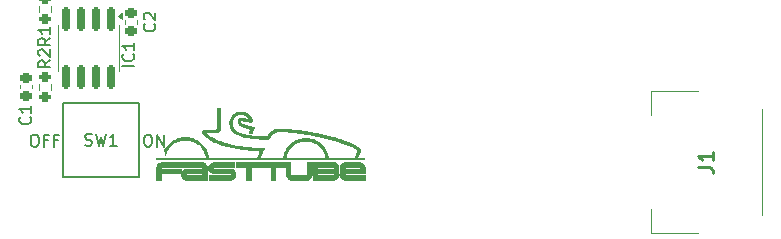
<source format=gto>
G04 #@! TF.GenerationSoftware,KiCad,Pcbnew,8.0.0*
G04 #@! TF.CreationDate,2024-06-24T18:55:33+02:00*
G04 #@! TF.ProjectId,FT24-AMS_Slave-Piggy,46543234-2d41-44d5-935f-536c6176652d,rev?*
G04 #@! TF.SameCoordinates,Original*
G04 #@! TF.FileFunction,Legend,Top*
G04 #@! TF.FilePolarity,Positive*
%FSLAX46Y46*%
G04 Gerber Fmt 4.6, Leading zero omitted, Abs format (unit mm)*
G04 Created by KiCad (PCBNEW 8.0.0) date 2024-06-24 18:55:33*
%MOMM*%
%LPD*%
G01*
G04 APERTURE LIST*
G04 Aperture macros list*
%AMRoundRect*
0 Rectangle with rounded corners*
0 $1 Rounding radius*
0 $2 $3 $4 $5 $6 $7 $8 $9 X,Y pos of 4 corners*
0 Add a 4 corners polygon primitive as box body*
4,1,4,$2,$3,$4,$5,$6,$7,$8,$9,$2,$3,0*
0 Add four circle primitives for the rounded corners*
1,1,$1+$1,$2,$3*
1,1,$1+$1,$4,$5*
1,1,$1+$1,$6,$7*
1,1,$1+$1,$8,$9*
0 Add four rect primitives between the rounded corners*
20,1,$1+$1,$2,$3,$4,$5,0*
20,1,$1+$1,$4,$5,$6,$7,0*
20,1,$1+$1,$6,$7,$8,$9,0*
20,1,$1+$1,$8,$9,$2,$3,0*%
G04 Aperture macros list end*
%ADD10C,0.150000*%
%ADD11C,0.254000*%
%ADD12C,0.120000*%
%ADD13C,0.010000*%
%ADD14C,0.100000*%
%ADD15C,0.152400*%
%ADD16RoundRect,0.200000X0.275000X-0.200000X0.275000X0.200000X-0.275000X0.200000X-0.275000X-0.200000X0*%
%ADD17RoundRect,0.225000X0.250000X-0.225000X0.250000X0.225000X-0.250000X0.225000X-0.250000X-0.225000X0*%
%ADD18RoundRect,0.150000X-0.150000X0.825000X-0.150000X-0.825000X0.150000X-0.825000X0.150000X0.825000X0*%
%ADD19O,2.000000X1.000000*%
%ADD20RoundRect,0.200000X-0.275000X0.200000X-0.275000X-0.200000X0.275000X-0.200000X0.275000X0.200000X0*%
%ADD21R,3.200000X1.200000*%
%ADD22R,5.300000X1.700000*%
%ADD23R,1.524000X0.558800*%
G04 APERTURE END LIST*
D10*
X131954819Y-92916666D02*
X131478628Y-93249999D01*
X131954819Y-93488094D02*
X130954819Y-93488094D01*
X130954819Y-93488094D02*
X130954819Y-93107142D01*
X130954819Y-93107142D02*
X131002438Y-93011904D01*
X131002438Y-93011904D02*
X131050057Y-92964285D01*
X131050057Y-92964285D02*
X131145295Y-92916666D01*
X131145295Y-92916666D02*
X131288152Y-92916666D01*
X131288152Y-92916666D02*
X131383390Y-92964285D01*
X131383390Y-92964285D02*
X131431009Y-93011904D01*
X131431009Y-93011904D02*
X131478628Y-93107142D01*
X131478628Y-93107142D02*
X131478628Y-93488094D01*
X131050057Y-92535713D02*
X131002438Y-92488094D01*
X131002438Y-92488094D02*
X130954819Y-92392856D01*
X130954819Y-92392856D02*
X130954819Y-92154761D01*
X130954819Y-92154761D02*
X131002438Y-92059523D01*
X131002438Y-92059523D02*
X131050057Y-92011904D01*
X131050057Y-92011904D02*
X131145295Y-91964285D01*
X131145295Y-91964285D02*
X131240533Y-91964285D01*
X131240533Y-91964285D02*
X131383390Y-92011904D01*
X131383390Y-92011904D02*
X131954819Y-92583332D01*
X131954819Y-92583332D02*
X131954819Y-91964285D01*
X130259580Y-97716666D02*
X130307200Y-97764285D01*
X130307200Y-97764285D02*
X130354819Y-97907142D01*
X130354819Y-97907142D02*
X130354819Y-98002380D01*
X130354819Y-98002380D02*
X130307200Y-98145237D01*
X130307200Y-98145237D02*
X130211961Y-98240475D01*
X130211961Y-98240475D02*
X130116723Y-98288094D01*
X130116723Y-98288094D02*
X129926247Y-98335713D01*
X129926247Y-98335713D02*
X129783390Y-98335713D01*
X129783390Y-98335713D02*
X129592914Y-98288094D01*
X129592914Y-98288094D02*
X129497676Y-98240475D01*
X129497676Y-98240475D02*
X129402438Y-98145237D01*
X129402438Y-98145237D02*
X129354819Y-98002380D01*
X129354819Y-98002380D02*
X129354819Y-97907142D01*
X129354819Y-97907142D02*
X129402438Y-97764285D01*
X129402438Y-97764285D02*
X129450057Y-97716666D01*
X130354819Y-96764285D02*
X130354819Y-97335713D01*
X130354819Y-97049999D02*
X129354819Y-97049999D01*
X129354819Y-97049999D02*
X129497676Y-97145237D01*
X129497676Y-97145237D02*
X129592914Y-97240475D01*
X129592914Y-97240475D02*
X129640533Y-97335713D01*
X140759580Y-89816666D02*
X140807200Y-89864285D01*
X140807200Y-89864285D02*
X140854819Y-90007142D01*
X140854819Y-90007142D02*
X140854819Y-90102380D01*
X140854819Y-90102380D02*
X140807200Y-90245237D01*
X140807200Y-90245237D02*
X140711961Y-90340475D01*
X140711961Y-90340475D02*
X140616723Y-90388094D01*
X140616723Y-90388094D02*
X140426247Y-90435713D01*
X140426247Y-90435713D02*
X140283390Y-90435713D01*
X140283390Y-90435713D02*
X140092914Y-90388094D01*
X140092914Y-90388094D02*
X139997676Y-90340475D01*
X139997676Y-90340475D02*
X139902438Y-90245237D01*
X139902438Y-90245237D02*
X139854819Y-90102380D01*
X139854819Y-90102380D02*
X139854819Y-90007142D01*
X139854819Y-90007142D02*
X139902438Y-89864285D01*
X139902438Y-89864285D02*
X139950057Y-89816666D01*
X139950057Y-89435713D02*
X139902438Y-89388094D01*
X139902438Y-89388094D02*
X139854819Y-89292856D01*
X139854819Y-89292856D02*
X139854819Y-89054761D01*
X139854819Y-89054761D02*
X139902438Y-88959523D01*
X139902438Y-88959523D02*
X139950057Y-88911904D01*
X139950057Y-88911904D02*
X140045295Y-88864285D01*
X140045295Y-88864285D02*
X140140533Y-88864285D01*
X140140533Y-88864285D02*
X140283390Y-88911904D01*
X140283390Y-88911904D02*
X140854819Y-89483332D01*
X140854819Y-89483332D02*
X140854819Y-88864285D01*
X139054819Y-93426189D02*
X138054819Y-93426189D01*
X138959580Y-92378571D02*
X139007200Y-92426190D01*
X139007200Y-92426190D02*
X139054819Y-92569047D01*
X139054819Y-92569047D02*
X139054819Y-92664285D01*
X139054819Y-92664285D02*
X139007200Y-92807142D01*
X139007200Y-92807142D02*
X138911961Y-92902380D01*
X138911961Y-92902380D02*
X138816723Y-92949999D01*
X138816723Y-92949999D02*
X138626247Y-92997618D01*
X138626247Y-92997618D02*
X138483390Y-92997618D01*
X138483390Y-92997618D02*
X138292914Y-92949999D01*
X138292914Y-92949999D02*
X138197676Y-92902380D01*
X138197676Y-92902380D02*
X138102438Y-92807142D01*
X138102438Y-92807142D02*
X138054819Y-92664285D01*
X138054819Y-92664285D02*
X138054819Y-92569047D01*
X138054819Y-92569047D02*
X138102438Y-92426190D01*
X138102438Y-92426190D02*
X138150057Y-92378571D01*
X139054819Y-91426190D02*
X139054819Y-91997618D01*
X139054819Y-91711904D02*
X138054819Y-91711904D01*
X138054819Y-91711904D02*
X138197676Y-91807142D01*
X138197676Y-91807142D02*
X138292914Y-91902380D01*
X138292914Y-91902380D02*
X138340533Y-91997618D01*
X131954819Y-91016666D02*
X131478628Y-91349999D01*
X131954819Y-91588094D02*
X130954819Y-91588094D01*
X130954819Y-91588094D02*
X130954819Y-91207142D01*
X130954819Y-91207142D02*
X131002438Y-91111904D01*
X131002438Y-91111904D02*
X131050057Y-91064285D01*
X131050057Y-91064285D02*
X131145295Y-91016666D01*
X131145295Y-91016666D02*
X131288152Y-91016666D01*
X131288152Y-91016666D02*
X131383390Y-91064285D01*
X131383390Y-91064285D02*
X131431009Y-91111904D01*
X131431009Y-91111904D02*
X131478628Y-91207142D01*
X131478628Y-91207142D02*
X131478628Y-91588094D01*
X131954819Y-90064285D02*
X131954819Y-90635713D01*
X131954819Y-90349999D02*
X130954819Y-90349999D01*
X130954819Y-90349999D02*
X131097676Y-90445237D01*
X131097676Y-90445237D02*
X131192914Y-90540475D01*
X131192914Y-90540475D02*
X131240533Y-90635713D01*
D11*
X186804318Y-101923332D02*
X187711461Y-101923332D01*
X187711461Y-101923332D02*
X187892889Y-101983809D01*
X187892889Y-101983809D02*
X188013842Y-102104761D01*
X188013842Y-102104761D02*
X188074318Y-102286190D01*
X188074318Y-102286190D02*
X188074318Y-102407142D01*
X188074318Y-100653332D02*
X188074318Y-101379047D01*
X188074318Y-101016190D02*
X186804318Y-101016190D01*
X186804318Y-101016190D02*
X186985746Y-101137142D01*
X186985746Y-101137142D02*
X187106699Y-101258094D01*
X187106699Y-101258094D02*
X187167175Y-101379047D01*
D10*
X134918467Y-100087200D02*
X135061324Y-100134819D01*
X135061324Y-100134819D02*
X135299419Y-100134819D01*
X135299419Y-100134819D02*
X135394657Y-100087200D01*
X135394657Y-100087200D02*
X135442276Y-100039580D01*
X135442276Y-100039580D02*
X135489895Y-99944342D01*
X135489895Y-99944342D02*
X135489895Y-99849104D01*
X135489895Y-99849104D02*
X135442276Y-99753866D01*
X135442276Y-99753866D02*
X135394657Y-99706247D01*
X135394657Y-99706247D02*
X135299419Y-99658628D01*
X135299419Y-99658628D02*
X135108943Y-99611009D01*
X135108943Y-99611009D02*
X135013705Y-99563390D01*
X135013705Y-99563390D02*
X134966086Y-99515771D01*
X134966086Y-99515771D02*
X134918467Y-99420533D01*
X134918467Y-99420533D02*
X134918467Y-99325295D01*
X134918467Y-99325295D02*
X134966086Y-99230057D01*
X134966086Y-99230057D02*
X135013705Y-99182438D01*
X135013705Y-99182438D02*
X135108943Y-99134819D01*
X135108943Y-99134819D02*
X135347038Y-99134819D01*
X135347038Y-99134819D02*
X135489895Y-99182438D01*
X135823229Y-99134819D02*
X136061324Y-100134819D01*
X136061324Y-100134819D02*
X136251800Y-99420533D01*
X136251800Y-99420533D02*
X136442276Y-100134819D01*
X136442276Y-100134819D02*
X136680372Y-99134819D01*
X137585133Y-100134819D02*
X137013705Y-100134819D01*
X137299419Y-100134819D02*
X137299419Y-99134819D01*
X137299419Y-99134819D02*
X137204181Y-99277676D01*
X137204181Y-99277676D02*
X137108943Y-99372914D01*
X137108943Y-99372914D02*
X137013705Y-99420533D01*
X130547619Y-99204819D02*
X130738095Y-99204819D01*
X130738095Y-99204819D02*
X130833333Y-99252438D01*
X130833333Y-99252438D02*
X130928571Y-99347676D01*
X130928571Y-99347676D02*
X130976190Y-99538152D01*
X130976190Y-99538152D02*
X130976190Y-99871485D01*
X130976190Y-99871485D02*
X130928571Y-100061961D01*
X130928571Y-100061961D02*
X130833333Y-100157200D01*
X130833333Y-100157200D02*
X130738095Y-100204819D01*
X130738095Y-100204819D02*
X130547619Y-100204819D01*
X130547619Y-100204819D02*
X130452381Y-100157200D01*
X130452381Y-100157200D02*
X130357143Y-100061961D01*
X130357143Y-100061961D02*
X130309524Y-99871485D01*
X130309524Y-99871485D02*
X130309524Y-99538152D01*
X130309524Y-99538152D02*
X130357143Y-99347676D01*
X130357143Y-99347676D02*
X130452381Y-99252438D01*
X130452381Y-99252438D02*
X130547619Y-99204819D01*
X131738095Y-99681009D02*
X131404762Y-99681009D01*
X131404762Y-100204819D02*
X131404762Y-99204819D01*
X131404762Y-99204819D02*
X131880952Y-99204819D01*
X132595238Y-99681009D02*
X132261905Y-99681009D01*
X132261905Y-100204819D02*
X132261905Y-99204819D01*
X132261905Y-99204819D02*
X132738095Y-99204819D01*
X140130952Y-99204819D02*
X140321428Y-99204819D01*
X140321428Y-99204819D02*
X140416666Y-99252438D01*
X140416666Y-99252438D02*
X140511904Y-99347676D01*
X140511904Y-99347676D02*
X140559523Y-99538152D01*
X140559523Y-99538152D02*
X140559523Y-99871485D01*
X140559523Y-99871485D02*
X140511904Y-100061961D01*
X140511904Y-100061961D02*
X140416666Y-100157200D01*
X140416666Y-100157200D02*
X140321428Y-100204819D01*
X140321428Y-100204819D02*
X140130952Y-100204819D01*
X140130952Y-100204819D02*
X140035714Y-100157200D01*
X140035714Y-100157200D02*
X139940476Y-100061961D01*
X139940476Y-100061961D02*
X139892857Y-99871485D01*
X139892857Y-99871485D02*
X139892857Y-99538152D01*
X139892857Y-99538152D02*
X139940476Y-99347676D01*
X139940476Y-99347676D02*
X140035714Y-99252438D01*
X140035714Y-99252438D02*
X140130952Y-99204819D01*
X140988095Y-100204819D02*
X140988095Y-99204819D01*
X140988095Y-99204819D02*
X141559523Y-100204819D01*
X141559523Y-100204819D02*
X141559523Y-99204819D01*
D12*
X130977500Y-95387258D02*
X130977500Y-94912742D01*
X132022500Y-95387258D02*
X132022500Y-94912742D01*
X129390000Y-95290580D02*
X129390000Y-95009420D01*
X130410000Y-95290580D02*
X130410000Y-95009420D01*
X138290000Y-89790580D02*
X138290000Y-89509420D01*
X139310000Y-89790580D02*
X139310000Y-89509420D01*
D13*
X151866667Y-101900767D02*
X151003067Y-101900767D01*
X151003067Y-103014134D01*
X150613600Y-103014134D01*
X150613600Y-101900767D01*
X148920266Y-101900767D01*
X148920266Y-103014134D01*
X148530800Y-103014134D01*
X148530800Y-101900767D01*
X147667200Y-101900767D01*
X147667200Y-101524000D01*
X151866667Y-101524000D01*
X151866667Y-101900767D01*
G36*
X151866667Y-101900767D02*
G01*
X151003067Y-101900767D01*
X151003067Y-103014134D01*
X150613600Y-103014134D01*
X150613600Y-101900767D01*
X148920266Y-101900767D01*
X148920266Y-103014134D01*
X148530800Y-103014134D01*
X148530800Y-101900767D01*
X147667200Y-101900767D01*
X147667200Y-101524000D01*
X151866667Y-101524000D01*
X151866667Y-101900767D01*
G37*
X143010533Y-101900767D02*
X141329900Y-101900767D01*
X141329900Y-102065867D01*
X143010533Y-102065867D01*
X143010533Y-102442634D01*
X141329900Y-102442634D01*
X141329900Y-103014134D01*
X140940433Y-103014134D01*
X140940517Y-102479675D01*
X140940564Y-102397863D01*
X140940677Y-102321404D01*
X140940854Y-102250587D01*
X140941093Y-102185701D01*
X140941391Y-102127034D01*
X140941747Y-102074875D01*
X140942157Y-102029514D01*
X140942621Y-101991238D01*
X140943135Y-101960336D01*
X140943698Y-101937098D01*
X140944307Y-101921812D01*
X140944814Y-101915584D01*
X140957160Y-101854464D01*
X140976113Y-101798625D01*
X141001758Y-101747949D01*
X141034179Y-101702321D01*
X141073462Y-101661627D01*
X141119691Y-101625749D01*
X141172950Y-101594573D01*
X141183850Y-101589182D01*
X141222092Y-101572310D01*
X141261349Y-101558302D01*
X141304093Y-101546374D01*
X141352798Y-101535747D01*
X141353183Y-101535672D01*
X141358862Y-101534580D01*
X141364453Y-101533579D01*
X141370331Y-101532664D01*
X141376870Y-101531831D01*
X141384446Y-101531074D01*
X141393434Y-101530389D01*
X141404208Y-101529772D01*
X141417145Y-101529218D01*
X141432618Y-101528723D01*
X141451002Y-101528281D01*
X141472674Y-101527888D01*
X141498007Y-101527539D01*
X141527376Y-101527231D01*
X141561157Y-101526957D01*
X141599725Y-101526714D01*
X141643454Y-101526498D01*
X141692720Y-101526302D01*
X141747897Y-101526123D01*
X141809361Y-101525957D01*
X141877486Y-101525798D01*
X141952648Y-101525642D01*
X142035221Y-101525484D01*
X142125581Y-101525320D01*
X142205142Y-101525178D01*
X143010533Y-101523750D01*
X143010533Y-101900767D01*
G36*
X143010533Y-101900767D02*
G01*
X141329900Y-101900767D01*
X141329900Y-102065867D01*
X143010533Y-102065867D01*
X143010533Y-102442634D01*
X141329900Y-102442634D01*
X141329900Y-103014134D01*
X140940433Y-103014134D01*
X140940517Y-102479675D01*
X140940564Y-102397863D01*
X140940677Y-102321404D01*
X140940854Y-102250587D01*
X140941093Y-102185701D01*
X140941391Y-102127034D01*
X140941747Y-102074875D01*
X140942157Y-102029514D01*
X140942621Y-101991238D01*
X140943135Y-101960336D01*
X140943698Y-101937098D01*
X140944307Y-101921812D01*
X140944814Y-101915584D01*
X140957160Y-101854464D01*
X140976113Y-101798625D01*
X141001758Y-101747949D01*
X141034179Y-101702321D01*
X141073462Y-101661627D01*
X141119691Y-101625749D01*
X141172950Y-101594573D01*
X141183850Y-101589182D01*
X141222092Y-101572310D01*
X141261349Y-101558302D01*
X141304093Y-101546374D01*
X141352798Y-101535747D01*
X141353183Y-101535672D01*
X141358862Y-101534580D01*
X141364453Y-101533579D01*
X141370331Y-101532664D01*
X141376870Y-101531831D01*
X141384446Y-101531074D01*
X141393434Y-101530389D01*
X141404208Y-101529772D01*
X141417145Y-101529218D01*
X141432618Y-101528723D01*
X141451002Y-101528281D01*
X141472674Y-101527888D01*
X141498007Y-101527539D01*
X141527376Y-101527231D01*
X141561157Y-101526957D01*
X141599725Y-101526714D01*
X141643454Y-101526498D01*
X141692720Y-101526302D01*
X141747897Y-101526123D01*
X141809361Y-101525957D01*
X141877486Y-101525798D01*
X141952648Y-101525642D01*
X142035221Y-101525484D01*
X142125581Y-101525320D01*
X142205142Y-101525178D01*
X143010533Y-101523750D01*
X143010533Y-101900767D01*
G37*
X155053308Y-101525066D02*
X155154741Y-101525212D01*
X155248076Y-101525342D01*
X155333682Y-101525466D01*
X155411930Y-101525592D01*
X155483189Y-101525730D01*
X155547827Y-101525890D01*
X155606214Y-101526080D01*
X155658719Y-101526311D01*
X155705712Y-101526592D01*
X155747562Y-101526933D01*
X155784637Y-101527341D01*
X155817308Y-101527828D01*
X155845943Y-101528403D01*
X155870912Y-101529075D01*
X155892584Y-101529853D01*
X155911328Y-101530747D01*
X155927513Y-101531766D01*
X155941510Y-101532920D01*
X155953687Y-101534218D01*
X155964412Y-101535670D01*
X155974057Y-101537285D01*
X155982989Y-101539073D01*
X155991579Y-101541042D01*
X156000194Y-101543203D01*
X156009206Y-101545565D01*
X156018982Y-101548137D01*
X156025916Y-101549925D01*
X156083192Y-101568234D01*
X156136274Y-101592712D01*
X156184503Y-101622864D01*
X156227222Y-101658194D01*
X156263770Y-101698207D01*
X156293489Y-101742407D01*
X156301187Y-101756834D01*
X156319847Y-101801107D01*
X156334159Y-101849957D01*
X156343772Y-101901123D01*
X156348339Y-101952343D01*
X156347508Y-102001357D01*
X156343729Y-102032000D01*
X156336533Y-102065089D01*
X156325746Y-102103470D01*
X156312024Y-102145110D01*
X156296022Y-102187975D01*
X156284450Y-102216132D01*
X156265189Y-102261222D01*
X156288381Y-102300628D01*
X156321090Y-102361978D01*
X156346198Y-102421849D01*
X156363596Y-102479897D01*
X156373173Y-102535779D01*
X156375166Y-102573780D01*
X156371089Y-102632474D01*
X156359018Y-102688764D01*
X156339195Y-102742213D01*
X156311862Y-102792381D01*
X156277261Y-102838830D01*
X156235634Y-102881120D01*
X156187223Y-102918812D01*
X156183635Y-102921234D01*
X156143601Y-102946307D01*
X156105596Y-102966150D01*
X156066718Y-102982011D01*
X156024064Y-102995139D01*
X155995199Y-103002282D01*
X155953950Y-103011760D01*
X154195000Y-103014308D01*
X154195000Y-102637367D01*
X154584466Y-102637367D01*
X155964702Y-102637367D01*
X155963559Y-102547409D01*
X155962416Y-102457450D01*
X154584466Y-102455308D01*
X154584466Y-102637367D01*
X154195000Y-102637367D01*
X154195000Y-101900767D01*
X154584466Y-101900767D01*
X154584466Y-102070100D01*
X155943366Y-102070100D01*
X155943366Y-101900767D01*
X154584466Y-101900767D01*
X154195000Y-101900767D01*
X154195000Y-101523783D01*
X155053308Y-101525066D01*
G36*
X155053308Y-101525066D02*
G01*
X155154741Y-101525212D01*
X155248076Y-101525342D01*
X155333682Y-101525466D01*
X155411930Y-101525592D01*
X155483189Y-101525730D01*
X155547827Y-101525890D01*
X155606214Y-101526080D01*
X155658719Y-101526311D01*
X155705712Y-101526592D01*
X155747562Y-101526933D01*
X155784637Y-101527341D01*
X155817308Y-101527828D01*
X155845943Y-101528403D01*
X155870912Y-101529075D01*
X155892584Y-101529853D01*
X155911328Y-101530747D01*
X155927513Y-101531766D01*
X155941510Y-101532920D01*
X155953687Y-101534218D01*
X155964412Y-101535670D01*
X155974057Y-101537285D01*
X155982989Y-101539073D01*
X155991579Y-101541042D01*
X156000194Y-101543203D01*
X156009206Y-101545565D01*
X156018982Y-101548137D01*
X156025916Y-101549925D01*
X156083192Y-101568234D01*
X156136274Y-101592712D01*
X156184503Y-101622864D01*
X156227222Y-101658194D01*
X156263770Y-101698207D01*
X156293489Y-101742407D01*
X156301187Y-101756834D01*
X156319847Y-101801107D01*
X156334159Y-101849957D01*
X156343772Y-101901123D01*
X156348339Y-101952343D01*
X156347508Y-102001357D01*
X156343729Y-102032000D01*
X156336533Y-102065089D01*
X156325746Y-102103470D01*
X156312024Y-102145110D01*
X156296022Y-102187975D01*
X156284450Y-102216132D01*
X156265189Y-102261222D01*
X156288381Y-102300628D01*
X156321090Y-102361978D01*
X156346198Y-102421849D01*
X156363596Y-102479897D01*
X156373173Y-102535779D01*
X156375166Y-102573780D01*
X156371089Y-102632474D01*
X156359018Y-102688764D01*
X156339195Y-102742213D01*
X156311862Y-102792381D01*
X156277261Y-102838830D01*
X156235634Y-102881120D01*
X156187223Y-102918812D01*
X156183635Y-102921234D01*
X156143601Y-102946307D01*
X156105596Y-102966150D01*
X156066718Y-102982011D01*
X156024064Y-102995139D01*
X155995199Y-103002282D01*
X155953950Y-103011760D01*
X154195000Y-103014308D01*
X154195000Y-102637367D01*
X154584466Y-102637367D01*
X155964702Y-102637367D01*
X155963559Y-102547409D01*
X155962416Y-102457450D01*
X154584466Y-102455308D01*
X154584466Y-102637367D01*
X154195000Y-102637367D01*
X154195000Y-101900767D01*
X154584466Y-101900767D01*
X154584466Y-102070100D01*
X155943366Y-102070100D01*
X155943366Y-101900767D01*
X154584466Y-101900767D01*
X154195000Y-101900767D01*
X154195000Y-101523783D01*
X155053308Y-101525066D01*
G37*
X152298467Y-102637367D02*
X153691233Y-102637367D01*
X153691233Y-101524000D01*
X154080998Y-101524000D01*
X154079632Y-102077509D01*
X154078267Y-102631017D01*
X154068730Y-102667000D01*
X154051741Y-102715767D01*
X154027243Y-102763933D01*
X153996183Y-102810501D01*
X153959510Y-102854475D01*
X153918172Y-102894859D01*
X153873115Y-102930656D01*
X153825289Y-102960870D01*
X153775640Y-102984504D01*
X153761657Y-102989766D01*
X153752832Y-102992919D01*
X153744702Y-102995787D01*
X153736850Y-102998385D01*
X153728859Y-103000726D01*
X153720312Y-103002822D01*
X153710792Y-103004686D01*
X153699881Y-103006332D01*
X153687162Y-103007772D01*
X153672218Y-103009021D01*
X153654631Y-103010089D01*
X153633985Y-103010992D01*
X153609862Y-103011742D01*
X153581844Y-103012351D01*
X153549515Y-103012834D01*
X153512458Y-103013202D01*
X153470254Y-103013470D01*
X153422487Y-103013649D01*
X153368740Y-103013754D01*
X153308595Y-103013798D01*
X153241635Y-103013792D01*
X153167442Y-103013751D01*
X153085601Y-103013687D01*
X152999587Y-103013617D01*
X152925270Y-103013536D01*
X152853009Y-103013413D01*
X152783283Y-103013250D01*
X152716569Y-103013051D01*
X152653346Y-103012818D01*
X152594092Y-103012554D01*
X152539284Y-103012263D01*
X152489400Y-103011946D01*
X152444920Y-103011608D01*
X152406319Y-103011250D01*
X152374077Y-103010876D01*
X152348671Y-103010489D01*
X152330580Y-103010091D01*
X152320280Y-103009685D01*
X152318419Y-103009517D01*
X152273908Y-102999652D01*
X152227647Y-102983253D01*
X152181829Y-102961278D01*
X152138645Y-102934684D01*
X152125515Y-102925185D01*
X152100501Y-102904598D01*
X152073435Y-102879377D01*
X152046295Y-102851597D01*
X152021060Y-102823334D01*
X151999707Y-102796663D01*
X151990255Y-102783302D01*
X151962272Y-102736904D01*
X151940604Y-102690553D01*
X151923791Y-102640941D01*
X151918344Y-102620434D01*
X151917330Y-102615671D01*
X151916415Y-102609667D01*
X151915593Y-102601973D01*
X151914857Y-102592140D01*
X151914201Y-102579717D01*
X151913618Y-102564256D01*
X151913100Y-102545307D01*
X151912643Y-102522422D01*
X151912239Y-102495149D01*
X151911882Y-102463041D01*
X151911565Y-102425648D01*
X151911281Y-102382520D01*
X151911024Y-102333209D01*
X151910787Y-102277265D01*
X151910564Y-102214238D01*
X151910349Y-102143679D01*
X151910133Y-102065139D01*
X151910116Y-102058459D01*
X151908721Y-101524000D01*
X152298467Y-101524000D01*
X152298467Y-102637367D01*
G36*
X152298467Y-102637367D02*
G01*
X153691233Y-102637367D01*
X153691233Y-101524000D01*
X154080998Y-101524000D01*
X154079632Y-102077509D01*
X154078267Y-102631017D01*
X154068730Y-102667000D01*
X154051741Y-102715767D01*
X154027243Y-102763933D01*
X153996183Y-102810501D01*
X153959510Y-102854475D01*
X153918172Y-102894859D01*
X153873115Y-102930656D01*
X153825289Y-102960870D01*
X153775640Y-102984504D01*
X153761657Y-102989766D01*
X153752832Y-102992919D01*
X153744702Y-102995787D01*
X153736850Y-102998385D01*
X153728859Y-103000726D01*
X153720312Y-103002822D01*
X153710792Y-103004686D01*
X153699881Y-103006332D01*
X153687162Y-103007772D01*
X153672218Y-103009021D01*
X153654631Y-103010089D01*
X153633985Y-103010992D01*
X153609862Y-103011742D01*
X153581844Y-103012351D01*
X153549515Y-103012834D01*
X153512458Y-103013202D01*
X153470254Y-103013470D01*
X153422487Y-103013649D01*
X153368740Y-103013754D01*
X153308595Y-103013798D01*
X153241635Y-103013792D01*
X153167442Y-103013751D01*
X153085601Y-103013687D01*
X152999587Y-103013617D01*
X152925270Y-103013536D01*
X152853009Y-103013413D01*
X152783283Y-103013250D01*
X152716569Y-103013051D01*
X152653346Y-103012818D01*
X152594092Y-103012554D01*
X152539284Y-103012263D01*
X152489400Y-103011946D01*
X152444920Y-103011608D01*
X152406319Y-103011250D01*
X152374077Y-103010876D01*
X152348671Y-103010489D01*
X152330580Y-103010091D01*
X152320280Y-103009685D01*
X152318419Y-103009517D01*
X152273908Y-102999652D01*
X152227647Y-102983253D01*
X152181829Y-102961278D01*
X152138645Y-102934684D01*
X152125515Y-102925185D01*
X152100501Y-102904598D01*
X152073435Y-102879377D01*
X152046295Y-102851597D01*
X152021060Y-102823334D01*
X151999707Y-102796663D01*
X151990255Y-102783302D01*
X151962272Y-102736904D01*
X151940604Y-102690553D01*
X151923791Y-102640941D01*
X151918344Y-102620434D01*
X151917330Y-102615671D01*
X151916415Y-102609667D01*
X151915593Y-102601973D01*
X151914857Y-102592140D01*
X151914201Y-102579717D01*
X151913618Y-102564256D01*
X151913100Y-102545307D01*
X151912643Y-102522422D01*
X151912239Y-102495149D01*
X151911882Y-102463041D01*
X151911565Y-102425648D01*
X151911281Y-102382520D01*
X151911024Y-102333209D01*
X151910787Y-102277265D01*
X151910564Y-102214238D01*
X151910349Y-102143679D01*
X151910133Y-102065139D01*
X151910116Y-102058459D01*
X151908721Y-101524000D01*
X152298467Y-101524000D01*
X152298467Y-102637367D01*
G37*
X144071945Y-101524020D02*
X144177043Y-101524079D01*
X144273899Y-101524178D01*
X144362626Y-101524317D01*
X144443337Y-101524498D01*
X144516144Y-101524721D01*
X144581160Y-101524986D01*
X144638497Y-101525294D01*
X144688267Y-101525645D01*
X144730585Y-101526041D01*
X144765561Y-101526482D01*
X144793308Y-101526967D01*
X144813939Y-101527499D01*
X144827567Y-101528077D01*
X144833561Y-101528582D01*
X144889440Y-101540206D01*
X144941550Y-101559142D01*
X144990443Y-101585661D01*
X145036666Y-101620036D01*
X145058800Y-101640111D01*
X145100810Y-101685206D01*
X145136079Y-101733406D01*
X145165266Y-101785842D01*
X145189027Y-101843646D01*
X145202729Y-101887707D01*
X145213917Y-101928284D01*
X145216345Y-103014134D01*
X144355798Y-103013598D01*
X144269940Y-103013526D01*
X144186218Y-103013420D01*
X144105039Y-103013282D01*
X144026815Y-103013113D01*
X143951955Y-103012917D01*
X143880869Y-103012694D01*
X143813967Y-103012446D01*
X143751659Y-103012177D01*
X143694356Y-103011887D01*
X143642466Y-103011578D01*
X143596401Y-103011254D01*
X143556569Y-103010915D01*
X143523382Y-103010563D01*
X143497249Y-103010202D01*
X143478579Y-103009831D01*
X143467784Y-103009455D01*
X143465617Y-103009285D01*
X143404934Y-102997397D01*
X143345683Y-102977715D01*
X143288877Y-102950864D01*
X143235530Y-102917470D01*
X143186654Y-102878159D01*
X143143264Y-102833556D01*
X143109981Y-102789767D01*
X143080419Y-102738133D01*
X143058349Y-102683252D01*
X143043844Y-102625963D01*
X143036980Y-102567101D01*
X143037830Y-102507503D01*
X143045405Y-102455334D01*
X143442333Y-102455334D01*
X143442333Y-102637367D01*
X144826633Y-102637367D01*
X144826633Y-102455334D01*
X143442333Y-102455334D01*
X143045405Y-102455334D01*
X143046470Y-102448007D01*
X143062973Y-102389450D01*
X143072248Y-102365383D01*
X143096930Y-102316653D01*
X143128977Y-102270047D01*
X143167376Y-102226484D01*
X143211113Y-102186882D01*
X143259174Y-102152161D01*
X143310543Y-102123240D01*
X143363922Y-102101134D01*
X143372289Y-102098261D01*
X143380048Y-102095643D01*
X143387609Y-102093268D01*
X143395379Y-102091123D01*
X143403769Y-102089198D01*
X143413185Y-102087480D01*
X143424038Y-102085958D01*
X143436735Y-102084619D01*
X143451686Y-102083452D01*
X143469298Y-102082446D01*
X143489982Y-102081588D01*
X143514145Y-102080866D01*
X143542196Y-102080269D01*
X143574544Y-102079785D01*
X143611597Y-102079403D01*
X143653765Y-102079109D01*
X143701456Y-102078893D01*
X143755078Y-102078743D01*
X143815041Y-102078647D01*
X143881752Y-102078593D01*
X143955621Y-102078570D01*
X144037057Y-102078565D01*
X144126467Y-102078567D01*
X144826633Y-102078567D01*
X144826633Y-101900767D01*
X143116367Y-101900767D01*
X143116367Y-101524000D01*
X143958494Y-101524000D01*
X144071945Y-101524020D01*
G36*
X144071945Y-101524020D02*
G01*
X144177043Y-101524079D01*
X144273899Y-101524178D01*
X144362626Y-101524317D01*
X144443337Y-101524498D01*
X144516144Y-101524721D01*
X144581160Y-101524986D01*
X144638497Y-101525294D01*
X144688267Y-101525645D01*
X144730585Y-101526041D01*
X144765561Y-101526482D01*
X144793308Y-101526967D01*
X144813939Y-101527499D01*
X144827567Y-101528077D01*
X144833561Y-101528582D01*
X144889440Y-101540206D01*
X144941550Y-101559142D01*
X144990443Y-101585661D01*
X145036666Y-101620036D01*
X145058800Y-101640111D01*
X145100810Y-101685206D01*
X145136079Y-101733406D01*
X145165266Y-101785842D01*
X145189027Y-101843646D01*
X145202729Y-101887707D01*
X145213917Y-101928284D01*
X145216345Y-103014134D01*
X144355798Y-103013598D01*
X144269940Y-103013526D01*
X144186218Y-103013420D01*
X144105039Y-103013282D01*
X144026815Y-103013113D01*
X143951955Y-103012917D01*
X143880869Y-103012694D01*
X143813967Y-103012446D01*
X143751659Y-103012177D01*
X143694356Y-103011887D01*
X143642466Y-103011578D01*
X143596401Y-103011254D01*
X143556569Y-103010915D01*
X143523382Y-103010563D01*
X143497249Y-103010202D01*
X143478579Y-103009831D01*
X143467784Y-103009455D01*
X143465617Y-103009285D01*
X143404934Y-102997397D01*
X143345683Y-102977715D01*
X143288877Y-102950864D01*
X143235530Y-102917470D01*
X143186654Y-102878159D01*
X143143264Y-102833556D01*
X143109981Y-102789767D01*
X143080419Y-102738133D01*
X143058349Y-102683252D01*
X143043844Y-102625963D01*
X143036980Y-102567101D01*
X143037830Y-102507503D01*
X143045405Y-102455334D01*
X143442333Y-102455334D01*
X143442333Y-102637367D01*
X144826633Y-102637367D01*
X144826633Y-102455334D01*
X143442333Y-102455334D01*
X143045405Y-102455334D01*
X143046470Y-102448007D01*
X143062973Y-102389450D01*
X143072248Y-102365383D01*
X143096930Y-102316653D01*
X143128977Y-102270047D01*
X143167376Y-102226484D01*
X143211113Y-102186882D01*
X143259174Y-102152161D01*
X143310543Y-102123240D01*
X143363922Y-102101134D01*
X143372289Y-102098261D01*
X143380048Y-102095643D01*
X143387609Y-102093268D01*
X143395379Y-102091123D01*
X143403769Y-102089198D01*
X143413185Y-102087480D01*
X143424038Y-102085958D01*
X143436735Y-102084619D01*
X143451686Y-102083452D01*
X143469298Y-102082446D01*
X143489982Y-102081588D01*
X143514145Y-102080866D01*
X143542196Y-102080269D01*
X143574544Y-102079785D01*
X143611597Y-102079403D01*
X143653765Y-102079109D01*
X143701456Y-102078893D01*
X143755078Y-102078743D01*
X143815041Y-102078647D01*
X143881752Y-102078593D01*
X143955621Y-102078570D01*
X144037057Y-102078565D01*
X144126467Y-102078567D01*
X144826633Y-102078567D01*
X144826633Y-101900767D01*
X143116367Y-101900767D01*
X143116367Y-101524000D01*
X143958494Y-101524000D01*
X144071945Y-101524020D01*
G37*
X147534952Y-101711237D02*
X147533850Y-101898650D01*
X145736800Y-101900786D01*
X145736800Y-102070100D01*
X146444936Y-102070100D01*
X146549478Y-102070128D01*
X146646409Y-102070210D01*
X146735657Y-102070346D01*
X146817149Y-102070536D01*
X146890814Y-102070780D01*
X146956578Y-102071077D01*
X147014371Y-102071426D01*
X147064119Y-102071827D01*
X147105751Y-102072280D01*
X147139195Y-102072784D01*
X147164377Y-102073339D01*
X147181227Y-102073945D01*
X147188944Y-102074499D01*
X147252364Y-102086130D01*
X147313385Y-102104968D01*
X147370556Y-102130519D01*
X147395819Y-102144789D01*
X147452337Y-102183384D01*
X147501584Y-102226095D01*
X147543485Y-102272825D01*
X147577966Y-102323477D01*
X147604951Y-102377956D01*
X147624367Y-102436165D01*
X147625678Y-102441334D01*
X147631330Y-102472497D01*
X147634630Y-102508993D01*
X147635579Y-102548021D01*
X147634178Y-102586779D01*
X147630425Y-102622466D01*
X147625678Y-102647133D01*
X147606851Y-102706044D01*
X147580577Y-102760949D01*
X147546946Y-102811705D01*
X147506045Y-102858171D01*
X147481045Y-102881360D01*
X147432683Y-102919519D01*
X147383490Y-102950530D01*
X147331592Y-102975345D01*
X147275109Y-102994914D01*
X147237517Y-103004701D01*
X147233539Y-103005496D01*
X147228486Y-103006230D01*
X147222017Y-103006907D01*
X147213789Y-103007529D01*
X147203459Y-103008099D01*
X147190686Y-103008621D01*
X147175127Y-103009098D01*
X147156440Y-103009531D01*
X147134284Y-103009926D01*
X147108316Y-103010284D01*
X147078193Y-103010609D01*
X147043574Y-103010903D01*
X147004116Y-103011170D01*
X146959478Y-103011413D01*
X146909317Y-103011635D01*
X146853291Y-103011839D01*
X146791058Y-103012027D01*
X146722275Y-103012204D01*
X146646601Y-103012371D01*
X146563693Y-103012533D01*
X146473210Y-103012692D01*
X146374808Y-103012851D01*
X146311431Y-103012949D01*
X145414978Y-103014305D01*
X145416081Y-102826894D01*
X145417183Y-102639484D01*
X146332726Y-102638416D01*
X147248268Y-102637348D01*
X147247126Y-102547399D01*
X147245983Y-102457450D01*
X146496683Y-102455183D01*
X146402901Y-102454895D01*
X146317205Y-102454622D01*
X146239212Y-102454358D01*
X146168541Y-102454099D01*
X146104812Y-102453840D01*
X146047643Y-102453577D01*
X145996652Y-102453303D01*
X145951458Y-102453016D01*
X145911679Y-102452709D01*
X145876935Y-102452378D01*
X145846844Y-102452019D01*
X145821024Y-102451626D01*
X145799095Y-102451194D01*
X145780674Y-102450720D01*
X145765380Y-102450197D01*
X145752832Y-102449622D01*
X145742649Y-102448989D01*
X145734450Y-102448294D01*
X145727852Y-102447531D01*
X145722474Y-102446697D01*
X145717936Y-102445786D01*
X145716142Y-102445368D01*
X145654758Y-102426808D01*
X145596360Y-102401785D01*
X145541683Y-102370894D01*
X145491465Y-102334733D01*
X145446442Y-102293899D01*
X145407352Y-102248988D01*
X145374930Y-102200597D01*
X145349914Y-102149324D01*
X145349560Y-102148437D01*
X145336279Y-102109434D01*
X145327680Y-102069924D01*
X145323403Y-102027565D01*
X145323088Y-101980014D01*
X145323186Y-101976967D01*
X145326718Y-101928269D01*
X145334181Y-101885217D01*
X145346247Y-101845644D01*
X145363587Y-101807383D01*
X145386874Y-101768266D01*
X145388683Y-101765532D01*
X145417817Y-101727563D01*
X145453882Y-101690153D01*
X145495370Y-101654573D01*
X145540776Y-101622095D01*
X145588593Y-101593992D01*
X145596958Y-101589688D01*
X145628163Y-101575647D01*
X145664912Y-101561837D01*
X145704317Y-101549234D01*
X145743489Y-101538810D01*
X145756843Y-101535807D01*
X145802417Y-101526117D01*
X147536055Y-101523823D01*
X147534952Y-101711237D01*
G36*
X147534952Y-101711237D02*
G01*
X147533850Y-101898650D01*
X145736800Y-101900786D01*
X145736800Y-102070100D01*
X146444936Y-102070100D01*
X146549478Y-102070128D01*
X146646409Y-102070210D01*
X146735657Y-102070346D01*
X146817149Y-102070536D01*
X146890814Y-102070780D01*
X146956578Y-102071077D01*
X147014371Y-102071426D01*
X147064119Y-102071827D01*
X147105751Y-102072280D01*
X147139195Y-102072784D01*
X147164377Y-102073339D01*
X147181227Y-102073945D01*
X147188944Y-102074499D01*
X147252364Y-102086130D01*
X147313385Y-102104968D01*
X147370556Y-102130519D01*
X147395819Y-102144789D01*
X147452337Y-102183384D01*
X147501584Y-102226095D01*
X147543485Y-102272825D01*
X147577966Y-102323477D01*
X147604951Y-102377956D01*
X147624367Y-102436165D01*
X147625678Y-102441334D01*
X147631330Y-102472497D01*
X147634630Y-102508993D01*
X147635579Y-102548021D01*
X147634178Y-102586779D01*
X147630425Y-102622466D01*
X147625678Y-102647133D01*
X147606851Y-102706044D01*
X147580577Y-102760949D01*
X147546946Y-102811705D01*
X147506045Y-102858171D01*
X147481045Y-102881360D01*
X147432683Y-102919519D01*
X147383490Y-102950530D01*
X147331592Y-102975345D01*
X147275109Y-102994914D01*
X147237517Y-103004701D01*
X147233539Y-103005496D01*
X147228486Y-103006230D01*
X147222017Y-103006907D01*
X147213789Y-103007529D01*
X147203459Y-103008099D01*
X147190686Y-103008621D01*
X147175127Y-103009098D01*
X147156440Y-103009531D01*
X147134284Y-103009926D01*
X147108316Y-103010284D01*
X147078193Y-103010609D01*
X147043574Y-103010903D01*
X147004116Y-103011170D01*
X146959478Y-103011413D01*
X146909317Y-103011635D01*
X146853291Y-103011839D01*
X146791058Y-103012027D01*
X146722275Y-103012204D01*
X146646601Y-103012371D01*
X146563693Y-103012533D01*
X146473210Y-103012692D01*
X146374808Y-103012851D01*
X146311431Y-103012949D01*
X145414978Y-103014305D01*
X145416081Y-102826894D01*
X145417183Y-102639484D01*
X146332726Y-102638416D01*
X147248268Y-102637348D01*
X147247126Y-102547399D01*
X147245983Y-102457450D01*
X146496683Y-102455183D01*
X146402901Y-102454895D01*
X146317205Y-102454622D01*
X146239212Y-102454358D01*
X146168541Y-102454099D01*
X146104812Y-102453840D01*
X146047643Y-102453577D01*
X145996652Y-102453303D01*
X145951458Y-102453016D01*
X145911679Y-102452709D01*
X145876935Y-102452378D01*
X145846844Y-102452019D01*
X145821024Y-102451626D01*
X145799095Y-102451194D01*
X145780674Y-102450720D01*
X145765380Y-102450197D01*
X145752832Y-102449622D01*
X145742649Y-102448989D01*
X145734450Y-102448294D01*
X145727852Y-102447531D01*
X145722474Y-102446697D01*
X145717936Y-102445786D01*
X145716142Y-102445368D01*
X145654758Y-102426808D01*
X145596360Y-102401785D01*
X145541683Y-102370894D01*
X145491465Y-102334733D01*
X145446442Y-102293899D01*
X145407352Y-102248988D01*
X145374930Y-102200597D01*
X145349914Y-102149324D01*
X145349560Y-102148437D01*
X145336279Y-102109434D01*
X145327680Y-102069924D01*
X145323403Y-102027565D01*
X145323088Y-101980014D01*
X145323186Y-101976967D01*
X145326718Y-101928269D01*
X145334181Y-101885217D01*
X145346247Y-101845644D01*
X145363587Y-101807383D01*
X145386874Y-101768266D01*
X145388683Y-101765532D01*
X145417817Y-101727563D01*
X145453882Y-101690153D01*
X145495370Y-101654573D01*
X145540776Y-101622095D01*
X145588593Y-101593992D01*
X145596958Y-101589688D01*
X145628163Y-101575647D01*
X145664912Y-101561837D01*
X145704317Y-101549234D01*
X145743489Y-101538810D01*
X145756843Y-101535807D01*
X145802417Y-101526117D01*
X147536055Y-101523823D01*
X147534952Y-101711237D01*
G37*
X157878357Y-101524483D02*
X157927823Y-101524573D01*
X157971520Y-101524757D01*
X158009897Y-101525046D01*
X158043403Y-101525451D01*
X158072488Y-101525980D01*
X158097602Y-101526646D01*
X158119193Y-101527458D01*
X158137713Y-101528427D01*
X158153609Y-101529563D01*
X158167332Y-101530877D01*
X158179331Y-101532378D01*
X158190055Y-101534078D01*
X158199955Y-101535987D01*
X158209479Y-101538114D01*
X158219078Y-101540471D01*
X158221537Y-101541096D01*
X158278233Y-101559859D01*
X158331855Y-101586097D01*
X158381715Y-101619159D01*
X158427121Y-101658395D01*
X158467385Y-101703157D01*
X158501816Y-101752792D01*
X158529725Y-101806653D01*
X158544682Y-101845530D01*
X158549549Y-101860260D01*
X158553729Y-101873555D01*
X158557279Y-101886175D01*
X158560256Y-101898884D01*
X158562718Y-101912442D01*
X158564721Y-101927613D01*
X158566321Y-101945158D01*
X158567578Y-101965840D01*
X158568546Y-101990419D01*
X158569283Y-102019659D01*
X158569847Y-102054321D01*
X158570294Y-102095168D01*
X158570681Y-102142961D01*
X158571063Y-102198159D01*
X158572798Y-102455334D01*
X156874700Y-102455334D01*
X156874700Y-102637367D01*
X158572267Y-102637367D01*
X158572267Y-103014134D01*
X157745708Y-103013456D01*
X157662475Y-103013380D01*
X157581394Y-103013289D01*
X157502880Y-103013186D01*
X157427348Y-103013072D01*
X157355215Y-103012947D01*
X157286895Y-103012812D01*
X157222804Y-103012669D01*
X157163357Y-103012519D01*
X157108970Y-103012363D01*
X157060057Y-103012202D01*
X157017035Y-103012038D01*
X156980318Y-103011871D01*
X156950322Y-103011702D01*
X156927462Y-103011533D01*
X156912154Y-103011365D01*
X156904813Y-103011199D01*
X156904333Y-103011165D01*
X156862828Y-103003661D01*
X156818363Y-102990269D01*
X156773112Y-102971837D01*
X156729248Y-102949210D01*
X156702369Y-102932559D01*
X156648841Y-102892996D01*
X156602330Y-102850512D01*
X156563127Y-102805471D01*
X156531527Y-102758237D01*
X156507822Y-102709176D01*
X156496827Y-102676625D01*
X156495131Y-102670454D01*
X156493653Y-102664375D01*
X156492375Y-102657781D01*
X156491278Y-102650070D01*
X156490345Y-102640633D01*
X156489559Y-102628868D01*
X156488903Y-102614167D01*
X156488357Y-102595927D01*
X156487906Y-102573541D01*
X156487530Y-102546405D01*
X156487214Y-102513912D01*
X156486938Y-102475459D01*
X156486686Y-102430439D01*
X156486440Y-102378247D01*
X156486182Y-102318278D01*
X156486144Y-102309284D01*
X156485891Y-102242989D01*
X156485738Y-102184543D01*
X156485708Y-102133324D01*
X156485823Y-102088713D01*
X156486105Y-102050092D01*
X156486577Y-102016841D01*
X156487262Y-101988341D01*
X156488180Y-101963973D01*
X156489356Y-101943117D01*
X156490811Y-101925155D01*
X156492568Y-101909466D01*
X156493858Y-101900767D01*
X156874700Y-101900767D01*
X156874700Y-102074334D01*
X158182800Y-102074334D01*
X158182800Y-101900767D01*
X156874700Y-101900767D01*
X156493858Y-101900767D01*
X156494649Y-101895433D01*
X156497077Y-101882435D01*
X156499873Y-101869853D01*
X156502404Y-101859620D01*
X156510472Y-101834117D01*
X156522097Y-101805152D01*
X156535882Y-101775728D01*
X156550428Y-101748850D01*
X156563018Y-101729317D01*
X156589740Y-101697181D01*
X156622649Y-101665183D01*
X156659616Y-101635034D01*
X156698508Y-101608444D01*
X156737195Y-101587123D01*
X156744356Y-101583804D01*
X156781154Y-101569084D01*
X156823199Y-101555252D01*
X156867270Y-101543290D01*
X156901782Y-101535736D01*
X156908535Y-101534459D01*
X156915174Y-101533306D01*
X156922153Y-101532270D01*
X156929923Y-101531343D01*
X156938935Y-101530518D01*
X156949644Y-101529786D01*
X156962499Y-101529140D01*
X156977955Y-101528573D01*
X156996462Y-101528076D01*
X157018473Y-101527642D01*
X157044439Y-101527264D01*
X157074814Y-101526933D01*
X157110050Y-101526643D01*
X157150597Y-101526384D01*
X157196909Y-101526150D01*
X157249438Y-101525933D01*
X157308635Y-101525725D01*
X157374954Y-101525519D01*
X157448845Y-101525307D01*
X157528750Y-101525086D01*
X157613806Y-101524860D01*
X157690846Y-101524676D01*
X157760318Y-101524545D01*
X157822672Y-101524477D01*
X157878357Y-101524483D01*
G36*
X157878357Y-101524483D02*
G01*
X157927823Y-101524573D01*
X157971520Y-101524757D01*
X158009897Y-101525046D01*
X158043403Y-101525451D01*
X158072488Y-101525980D01*
X158097602Y-101526646D01*
X158119193Y-101527458D01*
X158137713Y-101528427D01*
X158153609Y-101529563D01*
X158167332Y-101530877D01*
X158179331Y-101532378D01*
X158190055Y-101534078D01*
X158199955Y-101535987D01*
X158209479Y-101538114D01*
X158219078Y-101540471D01*
X158221537Y-101541096D01*
X158278233Y-101559859D01*
X158331855Y-101586097D01*
X158381715Y-101619159D01*
X158427121Y-101658395D01*
X158467385Y-101703157D01*
X158501816Y-101752792D01*
X158529725Y-101806653D01*
X158544682Y-101845530D01*
X158549549Y-101860260D01*
X158553729Y-101873555D01*
X158557279Y-101886175D01*
X158560256Y-101898884D01*
X158562718Y-101912442D01*
X158564721Y-101927613D01*
X158566321Y-101945158D01*
X158567578Y-101965840D01*
X158568546Y-101990419D01*
X158569283Y-102019659D01*
X158569847Y-102054321D01*
X158570294Y-102095168D01*
X158570681Y-102142961D01*
X158571063Y-102198159D01*
X158572798Y-102455334D01*
X156874700Y-102455334D01*
X156874700Y-102637367D01*
X158572267Y-102637367D01*
X158572267Y-103014134D01*
X157745708Y-103013456D01*
X157662475Y-103013380D01*
X157581394Y-103013289D01*
X157502880Y-103013186D01*
X157427348Y-103013072D01*
X157355215Y-103012947D01*
X157286895Y-103012812D01*
X157222804Y-103012669D01*
X157163357Y-103012519D01*
X157108970Y-103012363D01*
X157060057Y-103012202D01*
X157017035Y-103012038D01*
X156980318Y-103011871D01*
X156950322Y-103011702D01*
X156927462Y-103011533D01*
X156912154Y-103011365D01*
X156904813Y-103011199D01*
X156904333Y-103011165D01*
X156862828Y-103003661D01*
X156818363Y-102990269D01*
X156773112Y-102971837D01*
X156729248Y-102949210D01*
X156702369Y-102932559D01*
X156648841Y-102892996D01*
X156602330Y-102850512D01*
X156563127Y-102805471D01*
X156531527Y-102758237D01*
X156507822Y-102709176D01*
X156496827Y-102676625D01*
X156495131Y-102670454D01*
X156493653Y-102664375D01*
X156492375Y-102657781D01*
X156491278Y-102650070D01*
X156490345Y-102640633D01*
X156489559Y-102628868D01*
X156488903Y-102614167D01*
X156488357Y-102595927D01*
X156487906Y-102573541D01*
X156487530Y-102546405D01*
X156487214Y-102513912D01*
X156486938Y-102475459D01*
X156486686Y-102430439D01*
X156486440Y-102378247D01*
X156486182Y-102318278D01*
X156486144Y-102309284D01*
X156485891Y-102242989D01*
X156485738Y-102184543D01*
X156485708Y-102133324D01*
X156485823Y-102088713D01*
X156486105Y-102050092D01*
X156486577Y-102016841D01*
X156487262Y-101988341D01*
X156488180Y-101963973D01*
X156489356Y-101943117D01*
X156490811Y-101925155D01*
X156492568Y-101909466D01*
X156493858Y-101900767D01*
X156874700Y-101900767D01*
X156874700Y-102074334D01*
X158182800Y-102074334D01*
X158182800Y-101900767D01*
X156874700Y-101900767D01*
X156493858Y-101900767D01*
X156494649Y-101895433D01*
X156497077Y-101882435D01*
X156499873Y-101869853D01*
X156502404Y-101859620D01*
X156510472Y-101834117D01*
X156522097Y-101805152D01*
X156535882Y-101775728D01*
X156550428Y-101748850D01*
X156563018Y-101729317D01*
X156589740Y-101697181D01*
X156622649Y-101665183D01*
X156659616Y-101635034D01*
X156698508Y-101608444D01*
X156737195Y-101587123D01*
X156744356Y-101583804D01*
X156781154Y-101569084D01*
X156823199Y-101555252D01*
X156867270Y-101543290D01*
X156901782Y-101535736D01*
X156908535Y-101534459D01*
X156915174Y-101533306D01*
X156922153Y-101532270D01*
X156929923Y-101531343D01*
X156938935Y-101530518D01*
X156949644Y-101529786D01*
X156962499Y-101529140D01*
X156977955Y-101528573D01*
X156996462Y-101528076D01*
X157018473Y-101527642D01*
X157044439Y-101527264D01*
X157074814Y-101526933D01*
X157110050Y-101526643D01*
X157150597Y-101526384D01*
X157196909Y-101526150D01*
X157249438Y-101525933D01*
X157308635Y-101525725D01*
X157374954Y-101525519D01*
X157448845Y-101525307D01*
X157528750Y-101525086D01*
X157613806Y-101524860D01*
X157690846Y-101524676D01*
X157760318Y-101524545D01*
X157822672Y-101524477D01*
X157878357Y-101524483D01*
G37*
X148118679Y-97246841D02*
X148165837Y-97248472D01*
X148209400Y-97251475D01*
X148247064Y-97255835D01*
X148249283Y-97256170D01*
X148331916Y-97272009D01*
X148409545Y-97293608D01*
X148483017Y-97321395D01*
X148553179Y-97355801D01*
X148620876Y-97397255D01*
X148686956Y-97446186D01*
X148752265Y-97503024D01*
X148771117Y-97520986D01*
X148799052Y-97548892D01*
X148823793Y-97575517D01*
X148846728Y-97602593D01*
X148869249Y-97631847D01*
X148892745Y-97665012D01*
X148918605Y-97703815D01*
X148921101Y-97707650D01*
X148955942Y-97762826D01*
X148984970Y-97812217D01*
X149008294Y-97856090D01*
X149026019Y-97894715D01*
X149038252Y-97928360D01*
X149045100Y-97957294D01*
X149046669Y-97981786D01*
X149043065Y-98002105D01*
X149040447Y-98008609D01*
X149028492Y-98027031D01*
X149011157Y-98045298D01*
X148991158Y-98060765D01*
X148980737Y-98066759D01*
X148962944Y-98074464D01*
X148943073Y-98080603D01*
X148920627Y-98085142D01*
X148895109Y-98088050D01*
X148866021Y-98089293D01*
X148832866Y-98088841D01*
X148795146Y-98086659D01*
X148752364Y-98082717D01*
X148704022Y-98076981D01*
X148649624Y-98069419D01*
X148588672Y-98060000D01*
X148520668Y-98048690D01*
X148445116Y-98035457D01*
X148414383Y-98029929D01*
X148361789Y-98020417D01*
X148316788Y-98012312D01*
X148278644Y-98005499D01*
X148246622Y-97999864D01*
X148219984Y-97995293D01*
X148197996Y-97991671D01*
X148179920Y-97988886D01*
X148165022Y-97986822D01*
X148152565Y-97985367D01*
X148141813Y-97984405D01*
X148132031Y-97983823D01*
X148122481Y-97983506D01*
X148113816Y-97983359D01*
X148087903Y-97983641D01*
X148068951Y-97985621D01*
X148055534Y-97989851D01*
X148046226Y-97996882D01*
X148039600Y-98007266D01*
X148037181Y-98013002D01*
X148032557Y-98034165D01*
X148032146Y-98060267D01*
X148035546Y-98089148D01*
X148042354Y-98118648D01*
X148052169Y-98146607D01*
X148064587Y-98170866D01*
X148067388Y-98175143D01*
X148085895Y-98196712D01*
X148111815Y-98218795D01*
X148144164Y-98240795D01*
X148181962Y-98262114D01*
X148224228Y-98282154D01*
X148269978Y-98300318D01*
X148277363Y-98302943D01*
X148317523Y-98316642D01*
X148365240Y-98332302D01*
X148419882Y-98349733D01*
X148480819Y-98368744D01*
X148547418Y-98389145D01*
X148619047Y-98410745D01*
X148695076Y-98433354D01*
X148774873Y-98456782D01*
X148857805Y-98480838D01*
X148943242Y-98505332D01*
X149030552Y-98530073D01*
X149034554Y-98531200D01*
X149070665Y-98541398D01*
X149104181Y-98550921D01*
X149134240Y-98559519D01*
X149159975Y-98566943D01*
X149180524Y-98572942D01*
X149195022Y-98577267D01*
X149202604Y-98579667D01*
X149203524Y-98580047D01*
X149202681Y-98584501D01*
X149198978Y-98595720D01*
X149192830Y-98612660D01*
X149184650Y-98634276D01*
X149174853Y-98659526D01*
X149163851Y-98687366D01*
X149152059Y-98716751D01*
X149139889Y-98746638D01*
X149127756Y-98775983D01*
X149116074Y-98803742D01*
X149105256Y-98828871D01*
X149101774Y-98836797D01*
X149074653Y-98896834D01*
X149048970Y-98950830D01*
X149023724Y-99000852D01*
X149006622Y-99033045D01*
X148988074Y-99067273D01*
X148923478Y-99057625D01*
X148886667Y-99051920D01*
X148853103Y-99046316D01*
X148823635Y-99040982D01*
X148799108Y-99036087D01*
X148780371Y-99031802D01*
X148768271Y-99028297D01*
X148763654Y-99025740D01*
X148763633Y-99025599D01*
X148765497Y-99021107D01*
X148770817Y-99009895D01*
X148779189Y-98992780D01*
X148790206Y-98970575D01*
X148803465Y-98944097D01*
X148818558Y-98914161D01*
X148835082Y-98881582D01*
X148842177Y-98867647D01*
X148920720Y-98713561D01*
X148891918Y-98705156D01*
X148880682Y-98701882D01*
X148862574Y-98696612D01*
X148838855Y-98689712D01*
X148810782Y-98681548D01*
X148779615Y-98672486D01*
X148746613Y-98662894D01*
X148731883Y-98658613D01*
X148637218Y-98630890D01*
X148550536Y-98605054D01*
X148471583Y-98581019D01*
X148400110Y-98558699D01*
X148335864Y-98538008D01*
X148278595Y-98518860D01*
X148228049Y-98501169D01*
X148183977Y-98484849D01*
X148146126Y-98469814D01*
X148114245Y-98455978D01*
X148088082Y-98443255D01*
X148067387Y-98431559D01*
X148066640Y-98431093D01*
X148014517Y-98396275D01*
X147970157Y-98361723D01*
X147932928Y-98326603D01*
X147902198Y-98290086D01*
X147877333Y-98251340D01*
X147857703Y-98209534D01*
X147842675Y-98163837D01*
X147833736Y-98124934D01*
X147827351Y-98074496D01*
X147827750Y-98025779D01*
X147834630Y-97979538D01*
X147847689Y-97936527D01*
X147866627Y-97897499D01*
X147891141Y-97863210D01*
X147920930Y-97834414D01*
X147955693Y-97811864D01*
X147959746Y-97809827D01*
X147984941Y-97798418D01*
X148008224Y-97790205D01*
X148031891Y-97784722D01*
X148058234Y-97781506D01*
X148089549Y-97780091D01*
X148107466Y-97779915D01*
X148121933Y-97779918D01*
X148135014Y-97780055D01*
X148147494Y-97780438D01*
X148160157Y-97781178D01*
X148173786Y-97782387D01*
X148189165Y-97784175D01*
X148207077Y-97786655D01*
X148228307Y-97789937D01*
X148253639Y-97794134D01*
X148283855Y-97799355D01*
X148319740Y-97805713D01*
X148362078Y-97813320D01*
X148411652Y-97822285D01*
X148433433Y-97826232D01*
X148489205Y-97836229D01*
X148541510Y-97845386D01*
X148589773Y-97853614D01*
X148633417Y-97860822D01*
X148671867Y-97866919D01*
X148704548Y-97871816D01*
X148730885Y-97875421D01*
X148750301Y-97877646D01*
X148762222Y-97878399D01*
X148764867Y-97878252D01*
X148766250Y-97874760D01*
X148762246Y-97866060D01*
X148753507Y-97852881D01*
X148740685Y-97835950D01*
X148724432Y-97815993D01*
X148705400Y-97793738D01*
X148684241Y-97769912D01*
X148661608Y-97745241D01*
X148638152Y-97720454D01*
X148614526Y-97696276D01*
X148591382Y-97673436D01*
X148569372Y-97652660D01*
X148549149Y-97634674D01*
X148538284Y-97625639D01*
X148470884Y-97575947D01*
X148402409Y-97534613D01*
X148332679Y-97501577D01*
X148261513Y-97476778D01*
X148188730Y-97460154D01*
X148114149Y-97451645D01*
X148037589Y-97451190D01*
X148022763Y-97452012D01*
X147941435Y-97461306D01*
X147863494Y-97478311D01*
X147789178Y-97502891D01*
X147718726Y-97534911D01*
X147652375Y-97574235D01*
X147590363Y-97620727D01*
X147532928Y-97674253D01*
X147480309Y-97734676D01*
X147447411Y-97779617D01*
X147409016Y-97840816D01*
X147378154Y-97901220D01*
X147354602Y-97961831D01*
X147338135Y-98023651D01*
X147328529Y-98087685D01*
X147325561Y-98154934D01*
X147329007Y-98226401D01*
X147335366Y-98281267D01*
X147345510Y-98338370D01*
X147360285Y-98400328D01*
X147379092Y-98465339D01*
X147401329Y-98531602D01*
X147426397Y-98597314D01*
X147453695Y-98660676D01*
X147479674Y-98714202D01*
X147496173Y-98741204D01*
X147518765Y-98770752D01*
X147546099Y-98801352D01*
X147576825Y-98831513D01*
X147609593Y-98859742D01*
X147615701Y-98864579D01*
X147671363Y-98904105D01*
X147735213Y-98942213D01*
X147807088Y-98978865D01*
X147886822Y-99014026D01*
X147974253Y-99047659D01*
X148069214Y-99079728D01*
X148171543Y-99110198D01*
X148281074Y-99139031D01*
X148397643Y-99166193D01*
X148521087Y-99191646D01*
X148651240Y-99215355D01*
X148787939Y-99237283D01*
X148931018Y-99257395D01*
X149080314Y-99275653D01*
X149235663Y-99292023D01*
X149396899Y-99306467D01*
X149563860Y-99318951D01*
X149726717Y-99328910D01*
X149785589Y-99332096D01*
X149838145Y-99334831D01*
X149885774Y-99337159D01*
X149929867Y-99339125D01*
X149971812Y-99340771D01*
X150013000Y-99342141D01*
X150054822Y-99343278D01*
X150098665Y-99344227D01*
X150145922Y-99345030D01*
X150197981Y-99345731D01*
X150256232Y-99346374D01*
X150297158Y-99346773D01*
X150343719Y-99347249D01*
X150387683Y-99347777D01*
X150428334Y-99348341D01*
X150464958Y-99348929D01*
X150496838Y-99349527D01*
X150523259Y-99350122D01*
X150543506Y-99350698D01*
X150556863Y-99351244D01*
X150562616Y-99351745D01*
X150562791Y-99351840D01*
X150560244Y-99355671D01*
X150553043Y-99365263D01*
X150541840Y-99379778D01*
X150527287Y-99398379D01*
X150510038Y-99420230D01*
X150490743Y-99444494D01*
X150484075Y-99452842D01*
X150405367Y-99551267D01*
X150260775Y-99550614D01*
X150220774Y-99550337D01*
X150178350Y-99549873D01*
X150135572Y-99549256D01*
X150094512Y-99548522D01*
X150057237Y-99547703D01*
X150025817Y-99546834D01*
X150018817Y-99546603D01*
X149871785Y-99540700D01*
X149724179Y-99533148D01*
X149577375Y-99524053D01*
X149432750Y-99513518D01*
X149291680Y-99501649D01*
X149155545Y-99488548D01*
X149025719Y-99474321D01*
X148960483Y-99466428D01*
X148769787Y-99439114D01*
X148583893Y-99405563D01*
X148403150Y-99365848D01*
X148227907Y-99320040D01*
X148163267Y-99301183D01*
X148072863Y-99272802D01*
X147985264Y-99242869D01*
X147900918Y-99211616D01*
X147820273Y-99179275D01*
X147743777Y-99146081D01*
X147671878Y-99112267D01*
X147605023Y-99078065D01*
X147543661Y-99043710D01*
X147488240Y-99009434D01*
X147439208Y-98975470D01*
X147397013Y-98942052D01*
X147362103Y-98909413D01*
X147334925Y-98877787D01*
X147326317Y-98865467D01*
X147305433Y-98830460D01*
X147283575Y-98788450D01*
X147261329Y-98740754D01*
X147239277Y-98688692D01*
X147218003Y-98633580D01*
X147198091Y-98576739D01*
X147196984Y-98573397D01*
X147171383Y-98490285D01*
X147150340Y-98410004D01*
X147133924Y-98333098D01*
X147122200Y-98260110D01*
X147115236Y-98191584D01*
X147113098Y-98128062D01*
X147115854Y-98070090D01*
X147123570Y-98018209D01*
X147126845Y-98003983D01*
X147152523Y-97918308D01*
X147185826Y-97834445D01*
X147226205Y-97753270D01*
X147273113Y-97675664D01*
X147326003Y-97602504D01*
X147384326Y-97534668D01*
X147447535Y-97473035D01*
X147469923Y-97453748D01*
X147512027Y-97421525D01*
X147560120Y-97389674D01*
X147611787Y-97359594D01*
X147664614Y-97332684D01*
X147716185Y-97310344D01*
X147719919Y-97308898D01*
X147751349Y-97297993D01*
X147788658Y-97286922D01*
X147829296Y-97276316D01*
X147870713Y-97266807D01*
X147910359Y-97259026D01*
X147940250Y-97254313D01*
X147978713Y-97250318D01*
X148022811Y-97247750D01*
X148070235Y-97246596D01*
X148118679Y-97246841D01*
G36*
X148118679Y-97246841D02*
G01*
X148165837Y-97248472D01*
X148209400Y-97251475D01*
X148247064Y-97255835D01*
X148249283Y-97256170D01*
X148331916Y-97272009D01*
X148409545Y-97293608D01*
X148483017Y-97321395D01*
X148553179Y-97355801D01*
X148620876Y-97397255D01*
X148686956Y-97446186D01*
X148752265Y-97503024D01*
X148771117Y-97520986D01*
X148799052Y-97548892D01*
X148823793Y-97575517D01*
X148846728Y-97602593D01*
X148869249Y-97631847D01*
X148892745Y-97665012D01*
X148918605Y-97703815D01*
X148921101Y-97707650D01*
X148955942Y-97762826D01*
X148984970Y-97812217D01*
X149008294Y-97856090D01*
X149026019Y-97894715D01*
X149038252Y-97928360D01*
X149045100Y-97957294D01*
X149046669Y-97981786D01*
X149043065Y-98002105D01*
X149040447Y-98008609D01*
X149028492Y-98027031D01*
X149011157Y-98045298D01*
X148991158Y-98060765D01*
X148980737Y-98066759D01*
X148962944Y-98074464D01*
X148943073Y-98080603D01*
X148920627Y-98085142D01*
X148895109Y-98088050D01*
X148866021Y-98089293D01*
X148832866Y-98088841D01*
X148795146Y-98086659D01*
X148752364Y-98082717D01*
X148704022Y-98076981D01*
X148649624Y-98069419D01*
X148588672Y-98060000D01*
X148520668Y-98048690D01*
X148445116Y-98035457D01*
X148414383Y-98029929D01*
X148361789Y-98020417D01*
X148316788Y-98012312D01*
X148278644Y-98005499D01*
X148246622Y-97999864D01*
X148219984Y-97995293D01*
X148197996Y-97991671D01*
X148179920Y-97988886D01*
X148165022Y-97986822D01*
X148152565Y-97985367D01*
X148141813Y-97984405D01*
X148132031Y-97983823D01*
X148122481Y-97983506D01*
X148113816Y-97983359D01*
X148087903Y-97983641D01*
X148068951Y-97985621D01*
X148055534Y-97989851D01*
X148046226Y-97996882D01*
X148039600Y-98007266D01*
X148037181Y-98013002D01*
X148032557Y-98034165D01*
X148032146Y-98060267D01*
X148035546Y-98089148D01*
X148042354Y-98118648D01*
X148052169Y-98146607D01*
X148064587Y-98170866D01*
X148067388Y-98175143D01*
X148085895Y-98196712D01*
X148111815Y-98218795D01*
X148144164Y-98240795D01*
X148181962Y-98262114D01*
X148224228Y-98282154D01*
X148269978Y-98300318D01*
X148277363Y-98302943D01*
X148317523Y-98316642D01*
X148365240Y-98332302D01*
X148419882Y-98349733D01*
X148480819Y-98368744D01*
X148547418Y-98389145D01*
X148619047Y-98410745D01*
X148695076Y-98433354D01*
X148774873Y-98456782D01*
X148857805Y-98480838D01*
X148943242Y-98505332D01*
X149030552Y-98530073D01*
X149034554Y-98531200D01*
X149070665Y-98541398D01*
X149104181Y-98550921D01*
X149134240Y-98559519D01*
X149159975Y-98566943D01*
X149180524Y-98572942D01*
X149195022Y-98577267D01*
X149202604Y-98579667D01*
X149203524Y-98580047D01*
X149202681Y-98584501D01*
X149198978Y-98595720D01*
X149192830Y-98612660D01*
X149184650Y-98634276D01*
X149174853Y-98659526D01*
X149163851Y-98687366D01*
X149152059Y-98716751D01*
X149139889Y-98746638D01*
X149127756Y-98775983D01*
X149116074Y-98803742D01*
X149105256Y-98828871D01*
X149101774Y-98836797D01*
X149074653Y-98896834D01*
X149048970Y-98950830D01*
X149023724Y-99000852D01*
X149006622Y-99033045D01*
X148988074Y-99067273D01*
X148923478Y-99057625D01*
X148886667Y-99051920D01*
X148853103Y-99046316D01*
X148823635Y-99040982D01*
X148799108Y-99036087D01*
X148780371Y-99031802D01*
X148768271Y-99028297D01*
X148763654Y-99025740D01*
X148763633Y-99025599D01*
X148765497Y-99021107D01*
X148770817Y-99009895D01*
X148779189Y-98992780D01*
X148790206Y-98970575D01*
X148803465Y-98944097D01*
X148818558Y-98914161D01*
X148835082Y-98881582D01*
X148842177Y-98867647D01*
X148920720Y-98713561D01*
X148891918Y-98705156D01*
X148880682Y-98701882D01*
X148862574Y-98696612D01*
X148838855Y-98689712D01*
X148810782Y-98681548D01*
X148779615Y-98672486D01*
X148746613Y-98662894D01*
X148731883Y-98658613D01*
X148637218Y-98630890D01*
X148550536Y-98605054D01*
X148471583Y-98581019D01*
X148400110Y-98558699D01*
X148335864Y-98538008D01*
X148278595Y-98518860D01*
X148228049Y-98501169D01*
X148183977Y-98484849D01*
X148146126Y-98469814D01*
X148114245Y-98455978D01*
X148088082Y-98443255D01*
X148067387Y-98431559D01*
X148066640Y-98431093D01*
X148014517Y-98396275D01*
X147970157Y-98361723D01*
X147932928Y-98326603D01*
X147902198Y-98290086D01*
X147877333Y-98251340D01*
X147857703Y-98209534D01*
X147842675Y-98163837D01*
X147833736Y-98124934D01*
X147827351Y-98074496D01*
X147827750Y-98025779D01*
X147834630Y-97979538D01*
X147847689Y-97936527D01*
X147866627Y-97897499D01*
X147891141Y-97863210D01*
X147920930Y-97834414D01*
X147955693Y-97811864D01*
X147959746Y-97809827D01*
X147984941Y-97798418D01*
X148008224Y-97790205D01*
X148031891Y-97784722D01*
X148058234Y-97781506D01*
X148089549Y-97780091D01*
X148107466Y-97779915D01*
X148121933Y-97779918D01*
X148135014Y-97780055D01*
X148147494Y-97780438D01*
X148160157Y-97781178D01*
X148173786Y-97782387D01*
X148189165Y-97784175D01*
X148207077Y-97786655D01*
X148228307Y-97789937D01*
X148253639Y-97794134D01*
X148283855Y-97799355D01*
X148319740Y-97805713D01*
X148362078Y-97813320D01*
X148411652Y-97822285D01*
X148433433Y-97826232D01*
X148489205Y-97836229D01*
X148541510Y-97845386D01*
X148589773Y-97853614D01*
X148633417Y-97860822D01*
X148671867Y-97866919D01*
X148704548Y-97871816D01*
X148730885Y-97875421D01*
X148750301Y-97877646D01*
X148762222Y-97878399D01*
X148764867Y-97878252D01*
X148766250Y-97874760D01*
X148762246Y-97866060D01*
X148753507Y-97852881D01*
X148740685Y-97835950D01*
X148724432Y-97815993D01*
X148705400Y-97793738D01*
X148684241Y-97769912D01*
X148661608Y-97745241D01*
X148638152Y-97720454D01*
X148614526Y-97696276D01*
X148591382Y-97673436D01*
X148569372Y-97652660D01*
X148549149Y-97634674D01*
X148538284Y-97625639D01*
X148470884Y-97575947D01*
X148402409Y-97534613D01*
X148332679Y-97501577D01*
X148261513Y-97476778D01*
X148188730Y-97460154D01*
X148114149Y-97451645D01*
X148037589Y-97451190D01*
X148022763Y-97452012D01*
X147941435Y-97461306D01*
X147863494Y-97478311D01*
X147789178Y-97502891D01*
X147718726Y-97534911D01*
X147652375Y-97574235D01*
X147590363Y-97620727D01*
X147532928Y-97674253D01*
X147480309Y-97734676D01*
X147447411Y-97779617D01*
X147409016Y-97840816D01*
X147378154Y-97901220D01*
X147354602Y-97961831D01*
X147338135Y-98023651D01*
X147328529Y-98087685D01*
X147325561Y-98154934D01*
X147329007Y-98226401D01*
X147335366Y-98281267D01*
X147345510Y-98338370D01*
X147360285Y-98400328D01*
X147379092Y-98465339D01*
X147401329Y-98531602D01*
X147426397Y-98597314D01*
X147453695Y-98660676D01*
X147479674Y-98714202D01*
X147496173Y-98741204D01*
X147518765Y-98770752D01*
X147546099Y-98801352D01*
X147576825Y-98831513D01*
X147609593Y-98859742D01*
X147615701Y-98864579D01*
X147671363Y-98904105D01*
X147735213Y-98942213D01*
X147807088Y-98978865D01*
X147886822Y-99014026D01*
X147974253Y-99047659D01*
X148069214Y-99079728D01*
X148171543Y-99110198D01*
X148281074Y-99139031D01*
X148397643Y-99166193D01*
X148521087Y-99191646D01*
X148651240Y-99215355D01*
X148787939Y-99237283D01*
X148931018Y-99257395D01*
X149080314Y-99275653D01*
X149235663Y-99292023D01*
X149396899Y-99306467D01*
X149563860Y-99318951D01*
X149726717Y-99328910D01*
X149785589Y-99332096D01*
X149838145Y-99334831D01*
X149885774Y-99337159D01*
X149929867Y-99339125D01*
X149971812Y-99340771D01*
X150013000Y-99342141D01*
X150054822Y-99343278D01*
X150098665Y-99344227D01*
X150145922Y-99345030D01*
X150197981Y-99345731D01*
X150256232Y-99346374D01*
X150297158Y-99346773D01*
X150343719Y-99347249D01*
X150387683Y-99347777D01*
X150428334Y-99348341D01*
X150464958Y-99348929D01*
X150496838Y-99349527D01*
X150523259Y-99350122D01*
X150543506Y-99350698D01*
X150556863Y-99351244D01*
X150562616Y-99351745D01*
X150562791Y-99351840D01*
X150560244Y-99355671D01*
X150553043Y-99365263D01*
X150541840Y-99379778D01*
X150527287Y-99398379D01*
X150510038Y-99420230D01*
X150490743Y-99444494D01*
X150484075Y-99452842D01*
X150405367Y-99551267D01*
X150260775Y-99550614D01*
X150220774Y-99550337D01*
X150178350Y-99549873D01*
X150135572Y-99549256D01*
X150094512Y-99548522D01*
X150057237Y-99547703D01*
X150025817Y-99546834D01*
X150018817Y-99546603D01*
X149871785Y-99540700D01*
X149724179Y-99533148D01*
X149577375Y-99524053D01*
X149432750Y-99513518D01*
X149291680Y-99501649D01*
X149155545Y-99488548D01*
X149025719Y-99474321D01*
X148960483Y-99466428D01*
X148769787Y-99439114D01*
X148583893Y-99405563D01*
X148403150Y-99365848D01*
X148227907Y-99320040D01*
X148163267Y-99301183D01*
X148072863Y-99272802D01*
X147985264Y-99242869D01*
X147900918Y-99211616D01*
X147820273Y-99179275D01*
X147743777Y-99146081D01*
X147671878Y-99112267D01*
X147605023Y-99078065D01*
X147543661Y-99043710D01*
X147488240Y-99009434D01*
X147439208Y-98975470D01*
X147397013Y-98942052D01*
X147362103Y-98909413D01*
X147334925Y-98877787D01*
X147326317Y-98865467D01*
X147305433Y-98830460D01*
X147283575Y-98788450D01*
X147261329Y-98740754D01*
X147239277Y-98688692D01*
X147218003Y-98633580D01*
X147198091Y-98576739D01*
X147196984Y-98573397D01*
X147171383Y-98490285D01*
X147150340Y-98410004D01*
X147133924Y-98333098D01*
X147122200Y-98260110D01*
X147115236Y-98191584D01*
X147113098Y-98128062D01*
X147115854Y-98070090D01*
X147123570Y-98018209D01*
X147126845Y-98003983D01*
X147152523Y-97918308D01*
X147185826Y-97834445D01*
X147226205Y-97753270D01*
X147273113Y-97675664D01*
X147326003Y-97602504D01*
X147384326Y-97534668D01*
X147447535Y-97473035D01*
X147469923Y-97453748D01*
X147512027Y-97421525D01*
X147560120Y-97389674D01*
X147611787Y-97359594D01*
X147664614Y-97332684D01*
X147716185Y-97310344D01*
X147719919Y-97308898D01*
X147751349Y-97297993D01*
X147788658Y-97286922D01*
X147829296Y-97276316D01*
X147870713Y-97266807D01*
X147910359Y-97259026D01*
X147940250Y-97254313D01*
X147978713Y-97250318D01*
X148022811Y-97247750D01*
X148070235Y-97246596D01*
X148118679Y-97246841D01*
G37*
X146298813Y-97899208D02*
X146297717Y-98816783D01*
X146285196Y-98839387D01*
X146265732Y-98866861D01*
X146239329Y-98891354D01*
X146205788Y-98912957D01*
X146164909Y-98931766D01*
X146116492Y-98947875D01*
X146060338Y-98961377D01*
X146005471Y-98971012D01*
X145974188Y-98975463D01*
X145942338Y-98979427D01*
X145909148Y-98982949D01*
X145873848Y-98986072D01*
X145835665Y-98988843D01*
X145793827Y-98991303D01*
X145747561Y-98993499D01*
X145696097Y-98995473D01*
X145638663Y-98997272D01*
X145574485Y-98998937D01*
X145502793Y-99000515D01*
X145484917Y-99000875D01*
X145436357Y-99001904D01*
X145387894Y-99003056D01*
X145340277Y-99004304D01*
X145294253Y-99005622D01*
X145250572Y-99006982D01*
X145209982Y-99008357D01*
X145173233Y-99009722D01*
X145141073Y-99011050D01*
X145114252Y-99012313D01*
X145093517Y-99013484D01*
X145079617Y-99014538D01*
X145073302Y-99015447D01*
X145073032Y-99015590D01*
X145075435Y-99018881D01*
X145083322Y-99026955D01*
X145095814Y-99039010D01*
X145112029Y-99054246D01*
X145131087Y-99071863D01*
X145152109Y-99091059D01*
X145174213Y-99111034D01*
X145196519Y-99130987D01*
X145218147Y-99150117D01*
X145238216Y-99167624D01*
X145255846Y-99182707D01*
X145266900Y-99191915D01*
X145375244Y-99276098D01*
X145490771Y-99356994D01*
X145613526Y-99434617D01*
X145743556Y-99508984D01*
X145880906Y-99580113D01*
X146025622Y-99648018D01*
X146177751Y-99712716D01*
X146337339Y-99774223D01*
X146504430Y-99832557D01*
X146679072Y-99887732D01*
X146861310Y-99939766D01*
X147051191Y-99988674D01*
X147248760Y-100034473D01*
X147454063Y-100077180D01*
X147667147Y-100116809D01*
X147888056Y-100153379D01*
X148050316Y-100177585D01*
X148126241Y-100188241D01*
X148201432Y-100198425D01*
X148276515Y-100208198D01*
X148352113Y-100217626D01*
X148428852Y-100226771D01*
X148507357Y-100235697D01*
X148588252Y-100244469D01*
X148672163Y-100253148D01*
X148759713Y-100261800D01*
X148851529Y-100270487D01*
X148948234Y-100279274D01*
X149050454Y-100288223D01*
X149158814Y-100297398D01*
X149273937Y-100306864D01*
X149396450Y-100316683D01*
X149487533Y-100323846D01*
X149540325Y-100328002D01*
X149593677Y-100332263D01*
X149646913Y-100336570D01*
X149699360Y-100340867D01*
X149750345Y-100345095D01*
X149799194Y-100349196D01*
X149845234Y-100353113D01*
X149887790Y-100356788D01*
X149926190Y-100360162D01*
X149959758Y-100363178D01*
X149987822Y-100365778D01*
X150009709Y-100367904D01*
X150024743Y-100369499D01*
X150032252Y-100370504D01*
X150032982Y-100370709D01*
X150031507Y-100374645D01*
X150026661Y-100385303D01*
X150018855Y-100401828D01*
X150008500Y-100423368D01*
X149996006Y-100449067D01*
X149981782Y-100478073D01*
X149966623Y-100508761D01*
X149925531Y-100592981D01*
X149887955Y-100672928D01*
X149852659Y-100751335D01*
X149818408Y-100830935D01*
X149789451Y-100900943D01*
X149778559Y-100927913D01*
X149766844Y-100957263D01*
X149754710Y-100987953D01*
X149742557Y-101018940D01*
X149730789Y-101049183D01*
X149719807Y-101077640D01*
X149710014Y-101103269D01*
X149701812Y-101125029D01*
X149695603Y-101141879D01*
X149691791Y-101152777D01*
X149690733Y-101156564D01*
X149694905Y-101156874D01*
X149707172Y-101157176D01*
X149727164Y-101157469D01*
X149754509Y-101157752D01*
X149788837Y-101158024D01*
X149829777Y-101158282D01*
X149876958Y-101158527D01*
X149930008Y-101158757D01*
X149988558Y-101158969D01*
X150052234Y-101159165D01*
X150120668Y-101159341D01*
X150193487Y-101159496D01*
X150270321Y-101159630D01*
X150350799Y-101159742D01*
X150434550Y-101159829D01*
X150521202Y-101159890D01*
X150610385Y-101159925D01*
X150678729Y-101159933D01*
X151666724Y-101159933D01*
X151870739Y-101159933D01*
X155261800Y-101159933D01*
X155261769Y-101148292D01*
X155260733Y-101137054D01*
X155257874Y-101119070D01*
X155253507Y-101095788D01*
X155247948Y-101068652D01*
X155241513Y-101039112D01*
X155234516Y-101008611D01*
X155227274Y-100978598D01*
X155220102Y-100950519D01*
X155213315Y-100925821D01*
X155213063Y-100924947D01*
X155183513Y-100833783D01*
X155147630Y-100741855D01*
X155106313Y-100651037D01*
X155060465Y-100563205D01*
X155010988Y-100480232D01*
X154969643Y-100418953D01*
X154894945Y-100321537D01*
X154814784Y-100230532D01*
X154729379Y-100146079D01*
X154638950Y-100068316D01*
X154543715Y-99997381D01*
X154443893Y-99933416D01*
X154339703Y-99876558D01*
X154231363Y-99826946D01*
X154119093Y-99784721D01*
X154003112Y-99750020D01*
X153883639Y-99722983D01*
X153871150Y-99720641D01*
X153835572Y-99714343D01*
X153803263Y-99709256D01*
X153772649Y-99705261D01*
X153742160Y-99702238D01*
X153710224Y-99700068D01*
X153675269Y-99698631D01*
X153635723Y-99697809D01*
X153590016Y-99697480D01*
X153566350Y-99697462D01*
X153513767Y-99697753D01*
X153467937Y-99698648D01*
X153427158Y-99700302D01*
X153389726Y-99702872D01*
X153353940Y-99706514D01*
X153318098Y-99711384D01*
X153280498Y-99717639D01*
X153239436Y-99725435D01*
X153220931Y-99729169D01*
X153105463Y-99757009D01*
X152993225Y-99792478D01*
X152884505Y-99835280D01*
X152779594Y-99885119D01*
X152678782Y-99941700D01*
X152582360Y-100004727D01*
X152490617Y-100073903D01*
X152403843Y-100148935D01*
X152322329Y-100229525D01*
X152246364Y-100315378D01*
X152176240Y-100406198D01*
X152112245Y-100501690D01*
X152054671Y-100601557D01*
X152003807Y-100705504D01*
X151959943Y-100813236D01*
X151923370Y-100924456D01*
X151894378Y-101038869D01*
X151883720Y-101092200D01*
X151879993Y-101112413D01*
X151876649Y-101130310D01*
X151874081Y-101143807D01*
X151872769Y-101150408D01*
X151870739Y-101159933D01*
X151666724Y-101159933D01*
X151669672Y-101135592D01*
X151671574Y-101122044D01*
X151674637Y-101102664D01*
X151678452Y-101079938D01*
X151682612Y-101056354D01*
X151683021Y-101054100D01*
X151709536Y-100931832D01*
X151744003Y-100812082D01*
X151786191Y-100695200D01*
X151835866Y-100581540D01*
X151892797Y-100471453D01*
X151956751Y-100365293D01*
X152027495Y-100263409D01*
X152104796Y-100166156D01*
X152188423Y-100073885D01*
X152278143Y-99986948D01*
X152373724Y-99905698D01*
X152474932Y-99830485D01*
X152503783Y-99810866D01*
X152611211Y-99744285D01*
X152722491Y-99685227D01*
X152837512Y-99633733D01*
X152956161Y-99589844D01*
X153078328Y-99553602D01*
X153203899Y-99525048D01*
X153332147Y-99504304D01*
X153364473Y-99500855D01*
X153403446Y-99497929D01*
X153447257Y-99495566D01*
X153494101Y-99493803D01*
X153542170Y-99492681D01*
X153589657Y-99492238D01*
X153634756Y-99492513D01*
X153675660Y-99493546D01*
X153710561Y-99495376D01*
X153718052Y-99495955D01*
X153847495Y-99510747D01*
X153973460Y-99533235D01*
X154096074Y-99563469D01*
X154215460Y-99601500D01*
X154331745Y-99647376D01*
X154445053Y-99701147D01*
X154555511Y-99762865D01*
X154663242Y-99832578D01*
X154768374Y-99910337D01*
X154779200Y-99918917D01*
X154834253Y-99965394D01*
X154891077Y-100018149D01*
X154948224Y-100075628D01*
X155004249Y-100136279D01*
X155057706Y-100198546D01*
X155107148Y-100260876D01*
X155142342Y-100309033D01*
X155177945Y-100362348D01*
X155213975Y-100421014D01*
X155249256Y-100482872D01*
X155282614Y-100545761D01*
X155312872Y-100607520D01*
X155338857Y-100665989D01*
X155346091Y-100683683D01*
X155378236Y-100770619D01*
X155407019Y-100861363D01*
X155431666Y-100953159D01*
X155451407Y-101043250D01*
X155459468Y-101088451D01*
X155471135Y-101159933D01*
X157691699Y-101159933D01*
X157742632Y-101058136D01*
X157784560Y-100973127D01*
X157821809Y-100895043D01*
X157854420Y-100823783D01*
X157882436Y-100759245D01*
X157905899Y-100701325D01*
X157924851Y-100649923D01*
X157939336Y-100604937D01*
X157949394Y-100566264D01*
X157952023Y-100553425D01*
X157958977Y-100516299D01*
X157948525Y-100493469D01*
X157934803Y-100470692D01*
X157913788Y-100446508D01*
X157885341Y-100420817D01*
X157849325Y-100393521D01*
X157805605Y-100364521D01*
X157754042Y-100333717D01*
X157694499Y-100301011D01*
X157649400Y-100277643D01*
X157562772Y-100235224D01*
X157468194Y-100191777D01*
X157366103Y-100147437D01*
X157256934Y-100102336D01*
X157141125Y-100056608D01*
X157019112Y-100010387D01*
X156891331Y-99963804D01*
X156758220Y-99916994D01*
X156620214Y-99870089D01*
X156477751Y-99823223D01*
X156331267Y-99776530D01*
X156181198Y-99730142D01*
X156027982Y-99684192D01*
X155872054Y-99638814D01*
X155713851Y-99594141D01*
X155553810Y-99550307D01*
X155392368Y-99507444D01*
X155229960Y-99465685D01*
X155067024Y-99425165D01*
X154903996Y-99386015D01*
X154741313Y-99348370D01*
X154579411Y-99312363D01*
X154418726Y-99278127D01*
X154283900Y-99250612D01*
X154094110Y-99213660D01*
X153902329Y-99178222D01*
X153709300Y-99144395D01*
X153515769Y-99112278D01*
X153322478Y-99081969D01*
X153130172Y-99053566D01*
X152939594Y-99027167D01*
X152751488Y-99002871D01*
X152566599Y-98980775D01*
X152385671Y-98960978D01*
X152209446Y-98943578D01*
X152038670Y-98928674D01*
X151874086Y-98916363D01*
X151716438Y-98906743D01*
X151655000Y-98903648D01*
X151620435Y-98902290D01*
X151580895Y-98901201D01*
X151537697Y-98900379D01*
X151492160Y-98899825D01*
X151445601Y-98899538D01*
X151399336Y-98899518D01*
X151354685Y-98899766D01*
X151312964Y-98900280D01*
X151275491Y-98901061D01*
X151243583Y-98902108D01*
X151218559Y-98903421D01*
X151214521Y-98903714D01*
X151169944Y-98907659D01*
X151132293Y-98912256D01*
X151100031Y-98917848D01*
X151071621Y-98924781D01*
X151045530Y-98933401D01*
X151020219Y-98944053D01*
X151007300Y-98950287D01*
X150981727Y-98964339D01*
X150950924Y-98983355D01*
X150915920Y-99006601D01*
X150877745Y-99033338D01*
X150837428Y-99062833D01*
X150795999Y-99094348D01*
X150754487Y-99127146D01*
X150717317Y-99157649D01*
X150670750Y-99196604D01*
X150617833Y-99194094D01*
X150595801Y-99193114D01*
X150567918Y-99191973D01*
X150536798Y-99190772D01*
X150505051Y-99189612D01*
X150481308Y-99188793D01*
X150455748Y-99187764D01*
X150433344Y-99186526D01*
X150415370Y-99185177D01*
X150403102Y-99183816D01*
X150397813Y-99182541D01*
X150397700Y-99182346D01*
X150400490Y-99177180D01*
X150408263Y-99166951D01*
X150420118Y-99152687D01*
X150435158Y-99135417D01*
X150452482Y-99116167D01*
X150471193Y-99095967D01*
X150490391Y-99075844D01*
X150494616Y-99071504D01*
X150554564Y-99013392D01*
X150617660Y-98958283D01*
X150682718Y-98907038D01*
X150748553Y-98860518D01*
X150813979Y-98819583D01*
X150877810Y-98785094D01*
X150910004Y-98769982D01*
X150943048Y-98755794D01*
X150974103Y-98743604D01*
X151004129Y-98733267D01*
X151034088Y-98724638D01*
X151064942Y-98717574D01*
X151097649Y-98711931D01*
X151133173Y-98707564D01*
X151172474Y-98704329D01*
X151216512Y-98702082D01*
X151266250Y-98700679D01*
X151322647Y-98699976D01*
X151377790Y-98699821D01*
X151489034Y-98701012D01*
X151607861Y-98704450D01*
X151733710Y-98710062D01*
X151866022Y-98717775D01*
X152004237Y-98727515D01*
X152147794Y-98739209D01*
X152296133Y-98752786D01*
X152448695Y-98768170D01*
X152604919Y-98785291D01*
X152764245Y-98804074D01*
X152926113Y-98824446D01*
X153089964Y-98846334D01*
X153255237Y-98869666D01*
X153421372Y-98894369D01*
X153587809Y-98920368D01*
X153753988Y-98947592D01*
X153919349Y-98975967D01*
X154083332Y-99005420D01*
X154245377Y-99035878D01*
X154404923Y-99067269D01*
X154561412Y-99099518D01*
X154714282Y-99132553D01*
X154740487Y-99138380D01*
X154777899Y-99146822D01*
X154822411Y-99157014D01*
X154872900Y-99168692D01*
X154928244Y-99181592D01*
X154987318Y-99195449D01*
X155049000Y-99209997D01*
X155112166Y-99224972D01*
X155175694Y-99240110D01*
X155238461Y-99255145D01*
X155299343Y-99269813D01*
X155344169Y-99280676D01*
X155555429Y-99332920D01*
X155759088Y-99385125D01*
X155955102Y-99437272D01*
X156143428Y-99489346D01*
X156324021Y-99541331D01*
X156496839Y-99593209D01*
X156661837Y-99644964D01*
X156818973Y-99696579D01*
X156968203Y-99748039D01*
X157109483Y-99799326D01*
X157242770Y-99850424D01*
X157368021Y-99901316D01*
X157485191Y-99951986D01*
X157594237Y-100002417D01*
X157695116Y-100052594D01*
X157787785Y-100102498D01*
X157872199Y-100152114D01*
X157948315Y-100201425D01*
X158016091Y-100250414D01*
X158075481Y-100299066D01*
X158112023Y-100332894D01*
X158136347Y-100357698D01*
X158154571Y-100378711D01*
X158167523Y-100397012D01*
X158176032Y-100413676D01*
X158177895Y-100418674D01*
X158181204Y-100434953D01*
X158182605Y-100457004D01*
X158182166Y-100482363D01*
X158179954Y-100508570D01*
X158176037Y-100533161D01*
X158174565Y-100539750D01*
X158163422Y-100579892D01*
X158147744Y-100626769D01*
X158127510Y-100680427D01*
X158102703Y-100740909D01*
X158073302Y-100808261D01*
X158039290Y-100882527D01*
X158000646Y-100963751D01*
X157957351Y-101051979D01*
X157945604Y-101075525D01*
X157903386Y-101159881D01*
X158230418Y-101160966D01*
X158557450Y-101162050D01*
X158558661Y-101203325D01*
X158559873Y-101244600D01*
X140931967Y-101244600D01*
X140931967Y-101159933D01*
X141388073Y-101159933D01*
X141592205Y-101159933D01*
X145138727Y-101159933D01*
X145132965Y-101122892D01*
X145116067Y-101032371D01*
X145093252Y-100938997D01*
X145065151Y-100845280D01*
X145056927Y-100820788D01*
X145013349Y-100706869D01*
X144962234Y-100596619D01*
X144903829Y-100490375D01*
X144838382Y-100388478D01*
X144766141Y-100291267D01*
X144687353Y-100199081D01*
X144602267Y-100112260D01*
X144511128Y-100031143D01*
X144439283Y-99974499D01*
X144339241Y-99904667D01*
X144236066Y-99842509D01*
X144129534Y-99787936D01*
X144019421Y-99740860D01*
X143905504Y-99701193D01*
X143787559Y-99668846D01*
X143665361Y-99643731D01*
X143565058Y-99628868D01*
X143536152Y-99626069D01*
X143500546Y-99623876D01*
X143459887Y-99622289D01*
X143415821Y-99621308D01*
X143369996Y-99620935D01*
X143324059Y-99621168D01*
X143279656Y-99622010D01*
X143238435Y-99623459D01*
X143202041Y-99625517D01*
X143172124Y-99628183D01*
X143167167Y-99628776D01*
X143106047Y-99637148D01*
X143050329Y-99646287D01*
X142996946Y-99656756D01*
X142942836Y-99669117D01*
X142929674Y-99672360D01*
X142810805Y-99706311D01*
X142695397Y-99747986D01*
X142583511Y-99797355D01*
X142475209Y-99854387D01*
X142370553Y-99919050D01*
X142269606Y-99991315D01*
X142243489Y-100011732D01*
X142216560Y-100034232D01*
X142185559Y-100061923D01*
X142151814Y-100093479D01*
X142116654Y-100127568D01*
X142081406Y-100162863D01*
X142047400Y-100198035D01*
X142015963Y-100231756D01*
X141988425Y-100262695D01*
X141967431Y-100287867D01*
X141897103Y-100382497D01*
X141832955Y-100482047D01*
X141775330Y-100585749D01*
X141724571Y-100692838D01*
X141681022Y-100802548D01*
X141645027Y-100914113D01*
X141616928Y-101026767D01*
X141602986Y-101100667D01*
X141599880Y-101119243D01*
X141597061Y-101135529D01*
X141594954Y-101147106D01*
X141594290Y-101150408D01*
X141592205Y-101159933D01*
X141388073Y-101159933D01*
X141391026Y-101133475D01*
X141394604Y-101106976D01*
X141400013Y-101074262D01*
X141406873Y-101037292D01*
X141414805Y-100998027D01*
X141423430Y-100958425D01*
X141431634Y-100923454D01*
X141465802Y-100801026D01*
X141507743Y-100681579D01*
X141557186Y-100565445D01*
X141613862Y-100452955D01*
X141677500Y-100344443D01*
X141747832Y-100240240D01*
X141824587Y-100140679D01*
X141907495Y-100046091D01*
X141996287Y-99956809D01*
X142090694Y-99873166D01*
X142190445Y-99795492D01*
X142295271Y-99724121D01*
X142404901Y-99659385D01*
X142496183Y-99612452D01*
X142607785Y-99562817D01*
X142721615Y-99520410D01*
X142838453Y-99485008D01*
X142959082Y-99456386D01*
X143084284Y-99434322D01*
X143148117Y-99425766D01*
X143168664Y-99423518D01*
X143189889Y-99421725D01*
X143213027Y-99420342D01*
X143239314Y-99419325D01*
X143269985Y-99418629D01*
X143306275Y-99418211D01*
X143349421Y-99418025D01*
X143364017Y-99418008D01*
X143421312Y-99418259D01*
X143471835Y-99419182D01*
X143517264Y-99420927D01*
X143559277Y-99423640D01*
X143599552Y-99427469D01*
X143639768Y-99432561D01*
X143681601Y-99439065D01*
X143726730Y-99447127D01*
X143753483Y-99452263D01*
X143878783Y-99480992D01*
X144000829Y-99517348D01*
X144119361Y-99561061D01*
X144234119Y-99611862D01*
X144344843Y-99669482D01*
X144451272Y-99733652D01*
X144553148Y-99804103D01*
X144650208Y-99880566D01*
X144742194Y-99962772D01*
X144828845Y-100050450D01*
X144909901Y-100143333D01*
X144985101Y-100241151D01*
X145054187Y-100343636D01*
X145116897Y-100450517D01*
X145172972Y-100561526D01*
X145222151Y-100676393D01*
X145264174Y-100794850D01*
X145298781Y-100916627D01*
X145325713Y-101041455D01*
X145333451Y-101086913D01*
X145345012Y-101159942D01*
X147408083Y-101158879D01*
X149471154Y-101157817D01*
X149512673Y-101047750D01*
X149533421Y-100993376D01*
X149555258Y-100937305D01*
X149577719Y-100880668D01*
X149600335Y-100824597D01*
X149622642Y-100770223D01*
X149644172Y-100718679D01*
X149664460Y-100671095D01*
X149683038Y-100628604D01*
X149699440Y-100592338D01*
X149707120Y-100575968D01*
X149713325Y-100562446D01*
X149717527Y-100552286D01*
X149718898Y-100547508D01*
X149718849Y-100547405D01*
X149714520Y-100546860D01*
X149702459Y-100545720D01*
X149683377Y-100544044D01*
X149657985Y-100541889D01*
X149626991Y-100539316D01*
X149591108Y-100536382D01*
X149551044Y-100533147D01*
X149507510Y-100529669D01*
X149461216Y-100526008D01*
X149446976Y-100524888D01*
X149328093Y-100515481D01*
X149216999Y-100506522D01*
X149113031Y-100497944D01*
X149015526Y-100489683D01*
X148923821Y-100481673D01*
X148837255Y-100473848D01*
X148755163Y-100466143D01*
X148676885Y-100458492D01*
X148601756Y-100450830D01*
X148529115Y-100443091D01*
X148458298Y-100435209D01*
X148388644Y-100427120D01*
X148319488Y-100418757D01*
X148250170Y-100410055D01*
X148180026Y-100400948D01*
X148139216Y-100395524D01*
X147905417Y-100362130D01*
X147679443Y-100325634D01*
X147461237Y-100286011D01*
X147250739Y-100243240D01*
X147047889Y-100197298D01*
X146852627Y-100148163D01*
X146664895Y-100095812D01*
X146484633Y-100040224D01*
X146311781Y-99981376D01*
X146146280Y-99919245D01*
X145988070Y-99853809D01*
X145837093Y-99785045D01*
X145693288Y-99712932D01*
X145556596Y-99637447D01*
X145426957Y-99558567D01*
X145304313Y-99476271D01*
X145188603Y-99390535D01*
X145079768Y-99301338D01*
X144977749Y-99208657D01*
X144973128Y-99204221D01*
X144943653Y-99175253D01*
X144915473Y-99146401D01*
X144889374Y-99118552D01*
X144866144Y-99092590D01*
X144846567Y-99069402D01*
X144831431Y-99049874D01*
X144821522Y-99034891D01*
X144819643Y-99031325D01*
X144809749Y-99001640D01*
X144807133Y-98970356D01*
X144811803Y-98939663D01*
X144819311Y-98919901D01*
X144835090Y-98894600D01*
X144855991Y-98873107D01*
X144882587Y-98855125D01*
X144915449Y-98840359D01*
X144955150Y-98828516D01*
X145002260Y-98819299D01*
X145019078Y-98816845D01*
X145040043Y-98814236D01*
X145062817Y-98811890D01*
X145088029Y-98809780D01*
X145116309Y-98807883D01*
X145148285Y-98806171D01*
X145184588Y-98804621D01*
X145225846Y-98803208D01*
X145272689Y-98801905D01*
X145325746Y-98800689D01*
X145385647Y-98799532D01*
X145453020Y-98798412D01*
X145495712Y-98797769D01*
X145570490Y-98796583D01*
X145637382Y-98795300D01*
X145696967Y-98793879D01*
X145749824Y-98792280D01*
X145796533Y-98790464D01*
X145837673Y-98788391D01*
X145873825Y-98786021D01*
X145905568Y-98783313D01*
X145933482Y-98780228D01*
X145958145Y-98776726D01*
X145980139Y-98772767D01*
X146000042Y-98768312D01*
X146018433Y-98763319D01*
X146025088Y-98761291D01*
X146048345Y-98752768D01*
X146064423Y-98743569D01*
X146074603Y-98732590D01*
X146080163Y-98718727D01*
X146081288Y-98712761D01*
X146082637Y-98700703D01*
X146083909Y-98683157D01*
X146085106Y-98659927D01*
X146086231Y-98630819D01*
X146087286Y-98595640D01*
X146088275Y-98554196D01*
X146089201Y-98506292D01*
X146090065Y-98451735D01*
X146090870Y-98390331D01*
X146091620Y-98321885D01*
X146092317Y-98246203D01*
X146092964Y-98163092D01*
X146093563Y-98072358D01*
X146094117Y-97973806D01*
X146094629Y-97867243D01*
X146095101Y-97752474D01*
X146095256Y-97710825D01*
X146097894Y-96981634D01*
X146299909Y-96981634D01*
X146298813Y-97899208D01*
G36*
X146298813Y-97899208D02*
G01*
X146297717Y-98816783D01*
X146285196Y-98839387D01*
X146265732Y-98866861D01*
X146239329Y-98891354D01*
X146205788Y-98912957D01*
X146164909Y-98931766D01*
X146116492Y-98947875D01*
X146060338Y-98961377D01*
X146005471Y-98971012D01*
X145974188Y-98975463D01*
X145942338Y-98979427D01*
X145909148Y-98982949D01*
X145873848Y-98986072D01*
X145835665Y-98988843D01*
X145793827Y-98991303D01*
X145747561Y-98993499D01*
X145696097Y-98995473D01*
X145638663Y-98997272D01*
X145574485Y-98998937D01*
X145502793Y-99000515D01*
X145484917Y-99000875D01*
X145436357Y-99001904D01*
X145387894Y-99003056D01*
X145340277Y-99004304D01*
X145294253Y-99005622D01*
X145250572Y-99006982D01*
X145209982Y-99008357D01*
X145173233Y-99009722D01*
X145141073Y-99011050D01*
X145114252Y-99012313D01*
X145093517Y-99013484D01*
X145079617Y-99014538D01*
X145073302Y-99015447D01*
X145073032Y-99015590D01*
X145075435Y-99018881D01*
X145083322Y-99026955D01*
X145095814Y-99039010D01*
X145112029Y-99054246D01*
X145131087Y-99071863D01*
X145152109Y-99091059D01*
X145174213Y-99111034D01*
X145196519Y-99130987D01*
X145218147Y-99150117D01*
X145238216Y-99167624D01*
X145255846Y-99182707D01*
X145266900Y-99191915D01*
X145375244Y-99276098D01*
X145490771Y-99356994D01*
X145613526Y-99434617D01*
X145743556Y-99508984D01*
X145880906Y-99580113D01*
X146025622Y-99648018D01*
X146177751Y-99712716D01*
X146337339Y-99774223D01*
X146504430Y-99832557D01*
X146679072Y-99887732D01*
X146861310Y-99939766D01*
X147051191Y-99988674D01*
X147248760Y-100034473D01*
X147454063Y-100077180D01*
X147667147Y-100116809D01*
X147888056Y-100153379D01*
X148050316Y-100177585D01*
X148126241Y-100188241D01*
X148201432Y-100198425D01*
X148276515Y-100208198D01*
X148352113Y-100217626D01*
X148428852Y-100226771D01*
X148507357Y-100235697D01*
X148588252Y-100244469D01*
X148672163Y-100253148D01*
X148759713Y-100261800D01*
X148851529Y-100270487D01*
X148948234Y-100279274D01*
X149050454Y-100288223D01*
X149158814Y-100297398D01*
X149273937Y-100306864D01*
X149396450Y-100316683D01*
X149487533Y-100323846D01*
X149540325Y-100328002D01*
X149593677Y-100332263D01*
X149646913Y-100336570D01*
X149699360Y-100340867D01*
X149750345Y-100345095D01*
X149799194Y-100349196D01*
X149845234Y-100353113D01*
X149887790Y-100356788D01*
X149926190Y-100360162D01*
X149959758Y-100363178D01*
X149987822Y-100365778D01*
X150009709Y-100367904D01*
X150024743Y-100369499D01*
X150032252Y-100370504D01*
X150032982Y-100370709D01*
X150031507Y-100374645D01*
X150026661Y-100385303D01*
X150018855Y-100401828D01*
X150008500Y-100423368D01*
X149996006Y-100449067D01*
X149981782Y-100478073D01*
X149966623Y-100508761D01*
X149925531Y-100592981D01*
X149887955Y-100672928D01*
X149852659Y-100751335D01*
X149818408Y-100830935D01*
X149789451Y-100900943D01*
X149778559Y-100927913D01*
X149766844Y-100957263D01*
X149754710Y-100987953D01*
X149742557Y-101018940D01*
X149730789Y-101049183D01*
X149719807Y-101077640D01*
X149710014Y-101103269D01*
X149701812Y-101125029D01*
X149695603Y-101141879D01*
X149691791Y-101152777D01*
X149690733Y-101156564D01*
X149694905Y-101156874D01*
X149707172Y-101157176D01*
X149727164Y-101157469D01*
X149754509Y-101157752D01*
X149788837Y-101158024D01*
X149829777Y-101158282D01*
X149876958Y-101158527D01*
X149930008Y-101158757D01*
X149988558Y-101158969D01*
X150052234Y-101159165D01*
X150120668Y-101159341D01*
X150193487Y-101159496D01*
X150270321Y-101159630D01*
X150350799Y-101159742D01*
X150434550Y-101159829D01*
X150521202Y-101159890D01*
X150610385Y-101159925D01*
X150678729Y-101159933D01*
X151666724Y-101159933D01*
X151870739Y-101159933D01*
X155261800Y-101159933D01*
X155261769Y-101148292D01*
X155260733Y-101137054D01*
X155257874Y-101119070D01*
X155253507Y-101095788D01*
X155247948Y-101068652D01*
X155241513Y-101039112D01*
X155234516Y-101008611D01*
X155227274Y-100978598D01*
X155220102Y-100950519D01*
X155213315Y-100925821D01*
X155213063Y-100924947D01*
X155183513Y-100833783D01*
X155147630Y-100741855D01*
X155106313Y-100651037D01*
X155060465Y-100563205D01*
X155010988Y-100480232D01*
X154969643Y-100418953D01*
X154894945Y-100321537D01*
X154814784Y-100230532D01*
X154729379Y-100146079D01*
X154638950Y-100068316D01*
X154543715Y-99997381D01*
X154443893Y-99933416D01*
X154339703Y-99876558D01*
X154231363Y-99826946D01*
X154119093Y-99784721D01*
X154003112Y-99750020D01*
X153883639Y-99722983D01*
X153871150Y-99720641D01*
X153835572Y-99714343D01*
X153803263Y-99709256D01*
X153772649Y-99705261D01*
X153742160Y-99702238D01*
X153710224Y-99700068D01*
X153675269Y-99698631D01*
X153635723Y-99697809D01*
X153590016Y-99697480D01*
X153566350Y-99697462D01*
X153513767Y-99697753D01*
X153467937Y-99698648D01*
X153427158Y-99700302D01*
X153389726Y-99702872D01*
X153353940Y-99706514D01*
X153318098Y-99711384D01*
X153280498Y-99717639D01*
X153239436Y-99725435D01*
X153220931Y-99729169D01*
X153105463Y-99757009D01*
X152993225Y-99792478D01*
X152884505Y-99835280D01*
X152779594Y-99885119D01*
X152678782Y-99941700D01*
X152582360Y-100004727D01*
X152490617Y-100073903D01*
X152403843Y-100148935D01*
X152322329Y-100229525D01*
X152246364Y-100315378D01*
X152176240Y-100406198D01*
X152112245Y-100501690D01*
X152054671Y-100601557D01*
X152003807Y-100705504D01*
X151959943Y-100813236D01*
X151923370Y-100924456D01*
X151894378Y-101038869D01*
X151883720Y-101092200D01*
X151879993Y-101112413D01*
X151876649Y-101130310D01*
X151874081Y-101143807D01*
X151872769Y-101150408D01*
X151870739Y-101159933D01*
X151666724Y-101159933D01*
X151669672Y-101135592D01*
X151671574Y-101122044D01*
X151674637Y-101102664D01*
X151678452Y-101079938D01*
X151682612Y-101056354D01*
X151683021Y-101054100D01*
X151709536Y-100931832D01*
X151744003Y-100812082D01*
X151786191Y-100695200D01*
X151835866Y-100581540D01*
X151892797Y-100471453D01*
X151956751Y-100365293D01*
X152027495Y-100263409D01*
X152104796Y-100166156D01*
X152188423Y-100073885D01*
X152278143Y-99986948D01*
X152373724Y-99905698D01*
X152474932Y-99830485D01*
X152503783Y-99810866D01*
X152611211Y-99744285D01*
X152722491Y-99685227D01*
X152837512Y-99633733D01*
X152956161Y-99589844D01*
X153078328Y-99553602D01*
X153203899Y-99525048D01*
X153332147Y-99504304D01*
X153364473Y-99500855D01*
X153403446Y-99497929D01*
X153447257Y-99495566D01*
X153494101Y-99493803D01*
X153542170Y-99492681D01*
X153589657Y-99492238D01*
X153634756Y-99492513D01*
X153675660Y-99493546D01*
X153710561Y-99495376D01*
X153718052Y-99495955D01*
X153847495Y-99510747D01*
X153973460Y-99533235D01*
X154096074Y-99563469D01*
X154215460Y-99601500D01*
X154331745Y-99647376D01*
X154445053Y-99701147D01*
X154555511Y-99762865D01*
X154663242Y-99832578D01*
X154768374Y-99910337D01*
X154779200Y-99918917D01*
X154834253Y-99965394D01*
X154891077Y-100018149D01*
X154948224Y-100075628D01*
X155004249Y-100136279D01*
X155057706Y-100198546D01*
X155107148Y-100260876D01*
X155142342Y-100309033D01*
X155177945Y-100362348D01*
X155213975Y-100421014D01*
X155249256Y-100482872D01*
X155282614Y-100545761D01*
X155312872Y-100607520D01*
X155338857Y-100665989D01*
X155346091Y-100683683D01*
X155378236Y-100770619D01*
X155407019Y-100861363D01*
X155431666Y-100953159D01*
X155451407Y-101043250D01*
X155459468Y-101088451D01*
X155471135Y-101159933D01*
X157691699Y-101159933D01*
X157742632Y-101058136D01*
X157784560Y-100973127D01*
X157821809Y-100895043D01*
X157854420Y-100823783D01*
X157882436Y-100759245D01*
X157905899Y-100701325D01*
X157924851Y-100649923D01*
X157939336Y-100604937D01*
X157949394Y-100566264D01*
X157952023Y-100553425D01*
X157958977Y-100516299D01*
X157948525Y-100493469D01*
X157934803Y-100470692D01*
X157913788Y-100446508D01*
X157885341Y-100420817D01*
X157849325Y-100393521D01*
X157805605Y-100364521D01*
X157754042Y-100333717D01*
X157694499Y-100301011D01*
X157649400Y-100277643D01*
X157562772Y-100235224D01*
X157468194Y-100191777D01*
X157366103Y-100147437D01*
X157256934Y-100102336D01*
X157141125Y-100056608D01*
X157019112Y-100010387D01*
X156891331Y-99963804D01*
X156758220Y-99916994D01*
X156620214Y-99870089D01*
X156477751Y-99823223D01*
X156331267Y-99776530D01*
X156181198Y-99730142D01*
X156027982Y-99684192D01*
X155872054Y-99638814D01*
X155713851Y-99594141D01*
X155553810Y-99550307D01*
X155392368Y-99507444D01*
X155229960Y-99465685D01*
X155067024Y-99425165D01*
X154903996Y-99386015D01*
X154741313Y-99348370D01*
X154579411Y-99312363D01*
X154418726Y-99278127D01*
X154283900Y-99250612D01*
X154094110Y-99213660D01*
X153902329Y-99178222D01*
X153709300Y-99144395D01*
X153515769Y-99112278D01*
X153322478Y-99081969D01*
X153130172Y-99053566D01*
X152939594Y-99027167D01*
X152751488Y-99002871D01*
X152566599Y-98980775D01*
X152385671Y-98960978D01*
X152209446Y-98943578D01*
X152038670Y-98928674D01*
X151874086Y-98916363D01*
X151716438Y-98906743D01*
X151655000Y-98903648D01*
X151620435Y-98902290D01*
X151580895Y-98901201D01*
X151537697Y-98900379D01*
X151492160Y-98899825D01*
X151445601Y-98899538D01*
X151399336Y-98899518D01*
X151354685Y-98899766D01*
X151312964Y-98900280D01*
X151275491Y-98901061D01*
X151243583Y-98902108D01*
X151218559Y-98903421D01*
X151214521Y-98903714D01*
X151169944Y-98907659D01*
X151132293Y-98912256D01*
X151100031Y-98917848D01*
X151071621Y-98924781D01*
X151045530Y-98933401D01*
X151020219Y-98944053D01*
X151007300Y-98950287D01*
X150981727Y-98964339D01*
X150950924Y-98983355D01*
X150915920Y-99006601D01*
X150877745Y-99033338D01*
X150837428Y-99062833D01*
X150795999Y-99094348D01*
X150754487Y-99127146D01*
X150717317Y-99157649D01*
X150670750Y-99196604D01*
X150617833Y-99194094D01*
X150595801Y-99193114D01*
X150567918Y-99191973D01*
X150536798Y-99190772D01*
X150505051Y-99189612D01*
X150481308Y-99188793D01*
X150455748Y-99187764D01*
X150433344Y-99186526D01*
X150415370Y-99185177D01*
X150403102Y-99183816D01*
X150397813Y-99182541D01*
X150397700Y-99182346D01*
X150400490Y-99177180D01*
X150408263Y-99166951D01*
X150420118Y-99152687D01*
X150435158Y-99135417D01*
X150452482Y-99116167D01*
X150471193Y-99095967D01*
X150490391Y-99075844D01*
X150494616Y-99071504D01*
X150554564Y-99013392D01*
X150617660Y-98958283D01*
X150682718Y-98907038D01*
X150748553Y-98860518D01*
X150813979Y-98819583D01*
X150877810Y-98785094D01*
X150910004Y-98769982D01*
X150943048Y-98755794D01*
X150974103Y-98743604D01*
X151004129Y-98733267D01*
X151034088Y-98724638D01*
X151064942Y-98717574D01*
X151097649Y-98711931D01*
X151133173Y-98707564D01*
X151172474Y-98704329D01*
X151216512Y-98702082D01*
X151266250Y-98700679D01*
X151322647Y-98699976D01*
X151377790Y-98699821D01*
X151489034Y-98701012D01*
X151607861Y-98704450D01*
X151733710Y-98710062D01*
X151866022Y-98717775D01*
X152004237Y-98727515D01*
X152147794Y-98739209D01*
X152296133Y-98752786D01*
X152448695Y-98768170D01*
X152604919Y-98785291D01*
X152764245Y-98804074D01*
X152926113Y-98824446D01*
X153089964Y-98846334D01*
X153255237Y-98869666D01*
X153421372Y-98894369D01*
X153587809Y-98920368D01*
X153753988Y-98947592D01*
X153919349Y-98975967D01*
X154083332Y-99005420D01*
X154245377Y-99035878D01*
X154404923Y-99067269D01*
X154561412Y-99099518D01*
X154714282Y-99132553D01*
X154740487Y-99138380D01*
X154777899Y-99146822D01*
X154822411Y-99157014D01*
X154872900Y-99168692D01*
X154928244Y-99181592D01*
X154987318Y-99195449D01*
X155049000Y-99209997D01*
X155112166Y-99224972D01*
X155175694Y-99240110D01*
X155238461Y-99255145D01*
X155299343Y-99269813D01*
X155344169Y-99280676D01*
X155555429Y-99332920D01*
X155759088Y-99385125D01*
X155955102Y-99437272D01*
X156143428Y-99489346D01*
X156324021Y-99541331D01*
X156496839Y-99593209D01*
X156661837Y-99644964D01*
X156818973Y-99696579D01*
X156968203Y-99748039D01*
X157109483Y-99799326D01*
X157242770Y-99850424D01*
X157368021Y-99901316D01*
X157485191Y-99951986D01*
X157594237Y-100002417D01*
X157695116Y-100052594D01*
X157787785Y-100102498D01*
X157872199Y-100152114D01*
X157948315Y-100201425D01*
X158016091Y-100250414D01*
X158075481Y-100299066D01*
X158112023Y-100332894D01*
X158136347Y-100357698D01*
X158154571Y-100378711D01*
X158167523Y-100397012D01*
X158176032Y-100413676D01*
X158177895Y-100418674D01*
X158181204Y-100434953D01*
X158182605Y-100457004D01*
X158182166Y-100482363D01*
X158179954Y-100508570D01*
X158176037Y-100533161D01*
X158174565Y-100539750D01*
X158163422Y-100579892D01*
X158147744Y-100626769D01*
X158127510Y-100680427D01*
X158102703Y-100740909D01*
X158073302Y-100808261D01*
X158039290Y-100882527D01*
X158000646Y-100963751D01*
X157957351Y-101051979D01*
X157945604Y-101075525D01*
X157903386Y-101159881D01*
X158230418Y-101160966D01*
X158557450Y-101162050D01*
X158558661Y-101203325D01*
X158559873Y-101244600D01*
X140931967Y-101244600D01*
X140931967Y-101159933D01*
X141388073Y-101159933D01*
X141592205Y-101159933D01*
X145138727Y-101159933D01*
X145132965Y-101122892D01*
X145116067Y-101032371D01*
X145093252Y-100938997D01*
X145065151Y-100845280D01*
X145056927Y-100820788D01*
X145013349Y-100706869D01*
X144962234Y-100596619D01*
X144903829Y-100490375D01*
X144838382Y-100388478D01*
X144766141Y-100291267D01*
X144687353Y-100199081D01*
X144602267Y-100112260D01*
X144511128Y-100031143D01*
X144439283Y-99974499D01*
X144339241Y-99904667D01*
X144236066Y-99842509D01*
X144129534Y-99787936D01*
X144019421Y-99740860D01*
X143905504Y-99701193D01*
X143787559Y-99668846D01*
X143665361Y-99643731D01*
X143565058Y-99628868D01*
X143536152Y-99626069D01*
X143500546Y-99623876D01*
X143459887Y-99622289D01*
X143415821Y-99621308D01*
X143369996Y-99620935D01*
X143324059Y-99621168D01*
X143279656Y-99622010D01*
X143238435Y-99623459D01*
X143202041Y-99625517D01*
X143172124Y-99628183D01*
X143167167Y-99628776D01*
X143106047Y-99637148D01*
X143050329Y-99646287D01*
X142996946Y-99656756D01*
X142942836Y-99669117D01*
X142929674Y-99672360D01*
X142810805Y-99706311D01*
X142695397Y-99747986D01*
X142583511Y-99797355D01*
X142475209Y-99854387D01*
X142370553Y-99919050D01*
X142269606Y-99991315D01*
X142243489Y-100011732D01*
X142216560Y-100034232D01*
X142185559Y-100061923D01*
X142151814Y-100093479D01*
X142116654Y-100127568D01*
X142081406Y-100162863D01*
X142047400Y-100198035D01*
X142015963Y-100231756D01*
X141988425Y-100262695D01*
X141967431Y-100287867D01*
X141897103Y-100382497D01*
X141832955Y-100482047D01*
X141775330Y-100585749D01*
X141724571Y-100692838D01*
X141681022Y-100802548D01*
X141645027Y-100914113D01*
X141616928Y-101026767D01*
X141602986Y-101100667D01*
X141599880Y-101119243D01*
X141597061Y-101135529D01*
X141594954Y-101147106D01*
X141594290Y-101150408D01*
X141592205Y-101159933D01*
X141388073Y-101159933D01*
X141391026Y-101133475D01*
X141394604Y-101106976D01*
X141400013Y-101074262D01*
X141406873Y-101037292D01*
X141414805Y-100998027D01*
X141423430Y-100958425D01*
X141431634Y-100923454D01*
X141465802Y-100801026D01*
X141507743Y-100681579D01*
X141557186Y-100565445D01*
X141613862Y-100452955D01*
X141677500Y-100344443D01*
X141747832Y-100240240D01*
X141824587Y-100140679D01*
X141907495Y-100046091D01*
X141996287Y-99956809D01*
X142090694Y-99873166D01*
X142190445Y-99795492D01*
X142295271Y-99724121D01*
X142404901Y-99659385D01*
X142496183Y-99612452D01*
X142607785Y-99562817D01*
X142721615Y-99520410D01*
X142838453Y-99485008D01*
X142959082Y-99456386D01*
X143084284Y-99434322D01*
X143148117Y-99425766D01*
X143168664Y-99423518D01*
X143189889Y-99421725D01*
X143213027Y-99420342D01*
X143239314Y-99419325D01*
X143269985Y-99418629D01*
X143306275Y-99418211D01*
X143349421Y-99418025D01*
X143364017Y-99418008D01*
X143421312Y-99418259D01*
X143471835Y-99419182D01*
X143517264Y-99420927D01*
X143559277Y-99423640D01*
X143599552Y-99427469D01*
X143639768Y-99432561D01*
X143681601Y-99439065D01*
X143726730Y-99447127D01*
X143753483Y-99452263D01*
X143878783Y-99480992D01*
X144000829Y-99517348D01*
X144119361Y-99561061D01*
X144234119Y-99611862D01*
X144344843Y-99669482D01*
X144451272Y-99733652D01*
X144553148Y-99804103D01*
X144650208Y-99880566D01*
X144742194Y-99962772D01*
X144828845Y-100050450D01*
X144909901Y-100143333D01*
X144985101Y-100241151D01*
X145054187Y-100343636D01*
X145116897Y-100450517D01*
X145172972Y-100561526D01*
X145222151Y-100676393D01*
X145264174Y-100794850D01*
X145298781Y-100916627D01*
X145325713Y-101041455D01*
X145333451Y-101086913D01*
X145345012Y-101159942D01*
X147408083Y-101158879D01*
X149471154Y-101157817D01*
X149512673Y-101047750D01*
X149533421Y-100993376D01*
X149555258Y-100937305D01*
X149577719Y-100880668D01*
X149600335Y-100824597D01*
X149622642Y-100770223D01*
X149644172Y-100718679D01*
X149664460Y-100671095D01*
X149683038Y-100628604D01*
X149699440Y-100592338D01*
X149707120Y-100575968D01*
X149713325Y-100562446D01*
X149717527Y-100552286D01*
X149718898Y-100547508D01*
X149718849Y-100547405D01*
X149714520Y-100546860D01*
X149702459Y-100545720D01*
X149683377Y-100544044D01*
X149657985Y-100541889D01*
X149626991Y-100539316D01*
X149591108Y-100536382D01*
X149551044Y-100533147D01*
X149507510Y-100529669D01*
X149461216Y-100526008D01*
X149446976Y-100524888D01*
X149328093Y-100515481D01*
X149216999Y-100506522D01*
X149113031Y-100497944D01*
X149015526Y-100489683D01*
X148923821Y-100481673D01*
X148837255Y-100473848D01*
X148755163Y-100466143D01*
X148676885Y-100458492D01*
X148601756Y-100450830D01*
X148529115Y-100443091D01*
X148458298Y-100435209D01*
X148388644Y-100427120D01*
X148319488Y-100418757D01*
X148250170Y-100410055D01*
X148180026Y-100400948D01*
X148139216Y-100395524D01*
X147905417Y-100362130D01*
X147679443Y-100325634D01*
X147461237Y-100286011D01*
X147250739Y-100243240D01*
X147047889Y-100197298D01*
X146852627Y-100148163D01*
X146664895Y-100095812D01*
X146484633Y-100040224D01*
X146311781Y-99981376D01*
X146146280Y-99919245D01*
X145988070Y-99853809D01*
X145837093Y-99785045D01*
X145693288Y-99712932D01*
X145556596Y-99637447D01*
X145426957Y-99558567D01*
X145304313Y-99476271D01*
X145188603Y-99390535D01*
X145079768Y-99301338D01*
X144977749Y-99208657D01*
X144973128Y-99204221D01*
X144943653Y-99175253D01*
X144915473Y-99146401D01*
X144889374Y-99118552D01*
X144866144Y-99092590D01*
X144846567Y-99069402D01*
X144831431Y-99049874D01*
X144821522Y-99034891D01*
X144819643Y-99031325D01*
X144809749Y-99001640D01*
X144807133Y-98970356D01*
X144811803Y-98939663D01*
X144819311Y-98919901D01*
X144835090Y-98894600D01*
X144855991Y-98873107D01*
X144882587Y-98855125D01*
X144915449Y-98840359D01*
X144955150Y-98828516D01*
X145002260Y-98819299D01*
X145019078Y-98816845D01*
X145040043Y-98814236D01*
X145062817Y-98811890D01*
X145088029Y-98809780D01*
X145116309Y-98807883D01*
X145148285Y-98806171D01*
X145184588Y-98804621D01*
X145225846Y-98803208D01*
X145272689Y-98801905D01*
X145325746Y-98800689D01*
X145385647Y-98799532D01*
X145453020Y-98798412D01*
X145495712Y-98797769D01*
X145570490Y-98796583D01*
X145637382Y-98795300D01*
X145696967Y-98793879D01*
X145749824Y-98792280D01*
X145796533Y-98790464D01*
X145837673Y-98788391D01*
X145873825Y-98786021D01*
X145905568Y-98783313D01*
X145933482Y-98780228D01*
X145958145Y-98776726D01*
X145980139Y-98772767D01*
X146000042Y-98768312D01*
X146018433Y-98763319D01*
X146025088Y-98761291D01*
X146048345Y-98752768D01*
X146064423Y-98743569D01*
X146074603Y-98732590D01*
X146080163Y-98718727D01*
X146081288Y-98712761D01*
X146082637Y-98700703D01*
X146083909Y-98683157D01*
X146085106Y-98659927D01*
X146086231Y-98630819D01*
X146087286Y-98595640D01*
X146088275Y-98554196D01*
X146089201Y-98506292D01*
X146090065Y-98451735D01*
X146090870Y-98390331D01*
X146091620Y-98321885D01*
X146092317Y-98246203D01*
X146092964Y-98163092D01*
X146093563Y-98072358D01*
X146094117Y-97973806D01*
X146094629Y-97867243D01*
X146095101Y-97752474D01*
X146095256Y-97710825D01*
X146097894Y-96981634D01*
X146299909Y-96981634D01*
X146298813Y-97899208D01*
G37*
D12*
X132640000Y-91850000D02*
X132640000Y-89900000D01*
X132640000Y-91850000D02*
X132640000Y-93800000D01*
X137760000Y-91850000D02*
X137760000Y-89900000D01*
X137760000Y-91850000D02*
X137760000Y-93800000D01*
X137995000Y-89390000D02*
X137665000Y-89150000D01*
X137995000Y-88910000D01*
X137995000Y-89390000D01*
G36*
X137995000Y-89390000D02*
G01*
X137665000Y-89150000D01*
X137995000Y-88910000D01*
X137995000Y-89390000D01*
G37*
X130977500Y-88312742D02*
X130977500Y-88787258D01*
X132022500Y-88312742D02*
X132022500Y-88787258D01*
D14*
X182835000Y-95500000D02*
X186835000Y-95500000D01*
X182835000Y-97500000D02*
X182835000Y-95500000D01*
X182835000Y-105500000D02*
X182835000Y-107500000D01*
X182835000Y-107500000D02*
X186835000Y-107500000D01*
X192235000Y-106000000D02*
X192235000Y-97000000D01*
D15*
X133038700Y-96543100D02*
X133038700Y-102816900D01*
X133038700Y-102816900D02*
X139464900Y-102816900D01*
X139464900Y-96543100D02*
X133038700Y-96543100D01*
X139464900Y-102816900D02*
X139464900Y-96543100D01*
%LPC*%
G36*
X169750000Y-98000000D02*
G01*
X175250000Y-98000000D01*
X175250000Y-103250000D01*
X169750000Y-103250000D01*
X169750000Y-98000000D01*
G37*
D16*
X131500000Y-95975000D03*
X131500000Y-94325000D03*
D17*
X129900000Y-95925000D03*
X129900000Y-94375000D03*
X138800000Y-90425000D03*
X138800000Y-88875000D03*
D18*
X137105000Y-89375000D03*
X135835000Y-89375000D03*
X134565000Y-89375000D03*
X133295000Y-89375000D03*
X133295000Y-94325000D03*
X134565000Y-94325000D03*
X135835000Y-94325000D03*
X137105000Y-94325000D03*
D19*
X129000000Y-92915000D03*
X129000000Y-91645000D03*
X129000000Y-90375000D03*
X129000000Y-89105000D03*
D20*
X131500000Y-87725000D03*
X131500000Y-89375000D03*
D21*
X184235000Y-98500000D03*
X184235000Y-100500000D03*
X184235000Y-102500000D03*
X184235000Y-104500000D03*
D22*
X189715000Y-107050000D03*
X189715000Y-95950000D03*
D23*
X131603600Y-98410000D03*
X131603600Y-100950000D03*
X140900000Y-100950000D03*
X140900000Y-98410000D03*
%LPD*%
M02*

</source>
